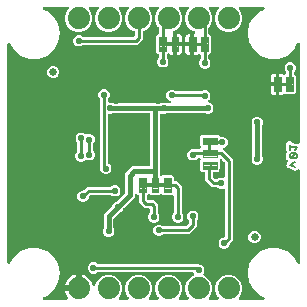
<source format=gbl>
G04 EAGLE Gerber RS-274X export*
G75*
%MOMM*%
%FSLAX34Y34*%
%LPD*%
%INBottom Copper*%
%IPPOS*%
%AMOC8*
5,1,8,0,0,1.08239X$1,22.5*%
G01*
%ADD10C,0.177800*%
%ADD11C,0.099059*%
%ADD12C,1.879600*%
%ADD13C,0.635000*%
%ADD14C,0.554000*%
%ADD15C,0.254000*%
%ADD16C,0.406400*%

G36*
X53303Y3054D02*
X53303Y3054D01*
X53343Y3051D01*
X53461Y3074D01*
X53579Y3089D01*
X53617Y3103D01*
X53656Y3111D01*
X53764Y3162D01*
X53875Y3206D01*
X53907Y3229D01*
X53943Y3246D01*
X54036Y3322D01*
X54133Y3392D01*
X54158Y3423D01*
X54189Y3448D01*
X54259Y3545D01*
X54335Y3637D01*
X54352Y3673D01*
X54376Y3706D01*
X54420Y3817D01*
X54471Y3925D01*
X54478Y3964D01*
X54493Y4001D01*
X54508Y4120D01*
X54531Y4237D01*
X54528Y4277D01*
X54533Y4317D01*
X54518Y4435D01*
X54511Y4555D01*
X54499Y4593D01*
X54494Y4632D01*
X54450Y4743D01*
X54413Y4857D01*
X54392Y4891D01*
X54377Y4928D01*
X54291Y5064D01*
X53289Y6443D01*
X52436Y8117D01*
X51855Y9904D01*
X51815Y10161D01*
X62230Y10161D01*
X62348Y10176D01*
X62467Y10183D01*
X62505Y10196D01*
X62545Y10201D01*
X62656Y10244D01*
X62769Y10281D01*
X62803Y10303D01*
X62841Y10318D01*
X62937Y10388D01*
X63038Y10451D01*
X63066Y10481D01*
X63098Y10504D01*
X63174Y10596D01*
X63256Y10683D01*
X63275Y10718D01*
X63301Y10749D01*
X63352Y10857D01*
X63409Y10961D01*
X63420Y11001D01*
X63437Y11037D01*
X63459Y11154D01*
X63489Y11269D01*
X63493Y11330D01*
X63497Y11350D01*
X63495Y11370D01*
X63499Y11430D01*
X63499Y12701D01*
X64770Y12701D01*
X64888Y12716D01*
X65007Y12723D01*
X65045Y12736D01*
X65085Y12741D01*
X65196Y12785D01*
X65309Y12821D01*
X65344Y12843D01*
X65381Y12858D01*
X65477Y12928D01*
X65578Y12991D01*
X65606Y13021D01*
X65639Y13045D01*
X65714Y13136D01*
X65796Y13223D01*
X65816Y13258D01*
X65841Y13290D01*
X65892Y13397D01*
X65950Y13502D01*
X65960Y13541D01*
X65977Y13577D01*
X65999Y13694D01*
X66029Y13809D01*
X66033Y13870D01*
X66037Y13890D01*
X66035Y13910D01*
X66039Y13970D01*
X66039Y24385D01*
X66296Y24345D01*
X68083Y23764D01*
X69757Y22911D01*
X71278Y21806D01*
X72606Y20478D01*
X73711Y18957D01*
X74564Y17283D01*
X75154Y15466D01*
X75179Y15380D01*
X75210Y15254D01*
X75224Y15227D01*
X75232Y15198D01*
X75298Y15087D01*
X75358Y14973D01*
X75379Y14950D01*
X75394Y14924D01*
X75485Y14833D01*
X75572Y14737D01*
X75597Y14721D01*
X75619Y14700D01*
X75730Y14634D01*
X75838Y14563D01*
X75867Y14553D01*
X75892Y14537D01*
X76016Y14501D01*
X76139Y14459D01*
X76169Y14457D01*
X76198Y14449D01*
X76327Y14444D01*
X76456Y14434D01*
X76486Y14439D01*
X76516Y14438D01*
X76642Y14466D01*
X76769Y14489D01*
X76797Y14501D01*
X76826Y14507D01*
X76941Y14566D01*
X77059Y14619D01*
X77083Y14638D01*
X77110Y14652D01*
X77206Y14737D01*
X77308Y14818D01*
X77326Y14842D01*
X77348Y14862D01*
X77421Y14968D01*
X77499Y15072D01*
X77518Y15110D01*
X77527Y15124D01*
X77535Y15145D01*
X77570Y15216D01*
X79209Y19175D01*
X82425Y22391D01*
X86626Y24131D01*
X91174Y24131D01*
X95375Y22391D01*
X98591Y19175D01*
X100331Y14974D01*
X100331Y10426D01*
X98591Y6225D01*
X97581Y5215D01*
X97496Y5106D01*
X97407Y4999D01*
X97398Y4980D01*
X97386Y4964D01*
X97331Y4837D01*
X97272Y4711D01*
X97268Y4691D01*
X97260Y4672D01*
X97238Y4534D01*
X97212Y4398D01*
X97213Y4378D01*
X97210Y4358D01*
X97223Y4219D01*
X97232Y4081D01*
X97238Y4062D01*
X97240Y4042D01*
X97287Y3910D01*
X97330Y3779D01*
X97340Y3761D01*
X97347Y3742D01*
X97425Y3627D01*
X97500Y3510D01*
X97514Y3496D01*
X97526Y3479D01*
X97630Y3387D01*
X97731Y3292D01*
X97749Y3282D01*
X97764Y3269D01*
X97888Y3206D01*
X98010Y3138D01*
X98029Y3133D01*
X98047Y3124D01*
X98183Y3094D01*
X98318Y3059D01*
X98346Y3057D01*
X98358Y3054D01*
X98378Y3055D01*
X98478Y3049D01*
X104722Y3049D01*
X104860Y3066D01*
X104998Y3079D01*
X105017Y3086D01*
X105037Y3089D01*
X105166Y3140D01*
X105297Y3187D01*
X105314Y3198D01*
X105333Y3206D01*
X105445Y3287D01*
X105560Y3365D01*
X105574Y3381D01*
X105590Y3392D01*
X105679Y3500D01*
X105771Y3604D01*
X105780Y3622D01*
X105793Y3637D01*
X105852Y3763D01*
X105915Y3887D01*
X105920Y3907D01*
X105928Y3925D01*
X105955Y4062D01*
X105985Y4197D01*
X105984Y4218D01*
X105988Y4237D01*
X105980Y4376D01*
X105975Y4515D01*
X105970Y4535D01*
X105968Y4555D01*
X105926Y4687D01*
X105887Y4821D01*
X105877Y4838D01*
X105870Y4857D01*
X105796Y4975D01*
X105725Y5095D01*
X105707Y5116D01*
X105700Y5126D01*
X105685Y5140D01*
X105619Y5215D01*
X104609Y6225D01*
X102869Y10426D01*
X102869Y14974D01*
X104609Y19175D01*
X107825Y22391D01*
X112026Y24131D01*
X116574Y24131D01*
X120775Y22391D01*
X123991Y19175D01*
X125731Y14974D01*
X125731Y10426D01*
X123991Y6225D01*
X122981Y5215D01*
X122896Y5106D01*
X122807Y4999D01*
X122798Y4980D01*
X122786Y4964D01*
X122731Y4837D01*
X122672Y4711D01*
X122668Y4691D01*
X122660Y4672D01*
X122638Y4534D01*
X122612Y4398D01*
X122613Y4378D01*
X122610Y4358D01*
X122623Y4219D01*
X122632Y4081D01*
X122638Y4062D01*
X122640Y4042D01*
X122687Y3910D01*
X122730Y3779D01*
X122740Y3761D01*
X122747Y3742D01*
X122825Y3627D01*
X122900Y3510D01*
X122914Y3496D01*
X122926Y3479D01*
X123030Y3387D01*
X123131Y3292D01*
X123149Y3282D01*
X123164Y3269D01*
X123288Y3206D01*
X123410Y3138D01*
X123429Y3133D01*
X123447Y3124D01*
X123583Y3094D01*
X123718Y3059D01*
X123746Y3057D01*
X123758Y3054D01*
X123778Y3055D01*
X123878Y3049D01*
X130122Y3049D01*
X130260Y3066D01*
X130398Y3079D01*
X130417Y3086D01*
X130437Y3089D01*
X130566Y3140D01*
X130697Y3187D01*
X130714Y3198D01*
X130733Y3206D01*
X130845Y3287D01*
X130960Y3365D01*
X130974Y3381D01*
X130990Y3392D01*
X131079Y3500D01*
X131171Y3604D01*
X131180Y3622D01*
X131193Y3637D01*
X131252Y3763D01*
X131315Y3887D01*
X131320Y3907D01*
X131328Y3925D01*
X131355Y4062D01*
X131385Y4197D01*
X131384Y4218D01*
X131388Y4237D01*
X131380Y4376D01*
X131375Y4515D01*
X131370Y4535D01*
X131368Y4555D01*
X131326Y4687D01*
X131287Y4821D01*
X131277Y4838D01*
X131270Y4857D01*
X131196Y4975D01*
X131125Y5095D01*
X131107Y5116D01*
X131100Y5126D01*
X131085Y5140D01*
X131019Y5215D01*
X130009Y6225D01*
X128269Y10426D01*
X128269Y14974D01*
X130009Y19175D01*
X133225Y22391D01*
X137426Y24131D01*
X141974Y24131D01*
X146175Y22391D01*
X149391Y19175D01*
X151131Y14974D01*
X151131Y10426D01*
X149391Y6225D01*
X148381Y5215D01*
X148296Y5106D01*
X148207Y4999D01*
X148198Y4980D01*
X148186Y4964D01*
X148131Y4837D01*
X148072Y4711D01*
X148068Y4691D01*
X148060Y4672D01*
X148038Y4534D01*
X148012Y4398D01*
X148013Y4378D01*
X148010Y4358D01*
X148023Y4219D01*
X148032Y4081D01*
X148038Y4062D01*
X148040Y4042D01*
X148087Y3910D01*
X148130Y3779D01*
X148140Y3761D01*
X148147Y3742D01*
X148225Y3627D01*
X148300Y3510D01*
X148314Y3496D01*
X148326Y3479D01*
X148430Y3387D01*
X148531Y3292D01*
X148549Y3282D01*
X148564Y3269D01*
X148688Y3206D01*
X148810Y3138D01*
X148829Y3133D01*
X148847Y3124D01*
X148983Y3094D01*
X149118Y3059D01*
X149146Y3057D01*
X149158Y3054D01*
X149178Y3055D01*
X149278Y3049D01*
X155522Y3049D01*
X155660Y3066D01*
X155798Y3079D01*
X155817Y3086D01*
X155837Y3089D01*
X155966Y3140D01*
X156097Y3187D01*
X156114Y3198D01*
X156133Y3206D01*
X156245Y3287D01*
X156360Y3365D01*
X156374Y3381D01*
X156390Y3392D01*
X156479Y3500D01*
X156571Y3604D01*
X156580Y3622D01*
X156593Y3637D01*
X156652Y3763D01*
X156715Y3887D01*
X156720Y3907D01*
X156728Y3925D01*
X156755Y4062D01*
X156785Y4197D01*
X156784Y4218D01*
X156788Y4237D01*
X156780Y4376D01*
X156775Y4515D01*
X156770Y4535D01*
X156768Y4555D01*
X156726Y4687D01*
X156687Y4821D01*
X156677Y4838D01*
X156670Y4857D01*
X156596Y4975D01*
X156525Y5095D01*
X156507Y5116D01*
X156500Y5126D01*
X156485Y5140D01*
X156419Y5215D01*
X155409Y6225D01*
X153669Y10426D01*
X153669Y14974D01*
X155409Y19175D01*
X158625Y22391D01*
X160570Y23196D01*
X160613Y23221D01*
X160660Y23238D01*
X160751Y23299D01*
X160846Y23354D01*
X160882Y23388D01*
X160923Y23416D01*
X160996Y23498D01*
X161075Y23575D01*
X161101Y23617D01*
X161134Y23655D01*
X161183Y23752D01*
X161241Y23846D01*
X161255Y23894D01*
X161278Y23938D01*
X161302Y24045D01*
X161334Y24150D01*
X161337Y24200D01*
X161348Y24248D01*
X161344Y24358D01*
X161350Y24468D01*
X161340Y24516D01*
X161338Y24566D01*
X161308Y24672D01*
X161285Y24779D01*
X161263Y24824D01*
X161250Y24872D01*
X161194Y24966D01*
X161146Y25065D01*
X161113Y25103D01*
X161088Y25146D01*
X161033Y25208D01*
X160752Y25886D01*
X160738Y25911D01*
X160729Y25939D01*
X160659Y26049D01*
X160595Y26162D01*
X160574Y26183D01*
X160559Y26208D01*
X160464Y26297D01*
X160374Y26390D01*
X160348Y26406D01*
X160327Y26426D01*
X160213Y26489D01*
X160103Y26557D01*
X160074Y26565D01*
X160048Y26580D01*
X159923Y26612D01*
X159799Y26650D01*
X159769Y26652D01*
X159741Y26659D01*
X159580Y26669D01*
X79961Y26669D01*
X79863Y26657D01*
X79764Y26654D01*
X79706Y26637D01*
X79646Y26629D01*
X79553Y26593D01*
X79458Y26565D01*
X79406Y26535D01*
X79350Y26512D01*
X79270Y26454D01*
X79184Y26404D01*
X79109Y26338D01*
X79093Y26326D01*
X79085Y26316D01*
X79064Y26298D01*
X78667Y25900D01*
X76901Y25169D01*
X74991Y25169D01*
X73225Y25900D01*
X71874Y27251D01*
X71143Y29017D01*
X71143Y30927D01*
X71874Y32693D01*
X73225Y34044D01*
X74991Y34775D01*
X76901Y34775D01*
X78667Y34044D01*
X79064Y33646D01*
X79142Y33586D01*
X79214Y33518D01*
X79267Y33489D01*
X79315Y33452D01*
X79406Y33412D01*
X79492Y33364D01*
X79551Y33349D01*
X79607Y33325D01*
X79705Y33310D01*
X79800Y33285D01*
X79900Y33279D01*
X79921Y33275D01*
X79933Y33277D01*
X79961Y33275D01*
X164436Y33275D01*
X164596Y33114D01*
X164675Y33054D01*
X164747Y32986D01*
X164800Y32957D01*
X164848Y32920D01*
X164939Y32880D01*
X165025Y32832D01*
X165084Y32817D01*
X165139Y32793D01*
X165237Y32778D01*
X165333Y32753D01*
X165433Y32747D01*
X165454Y32743D01*
X165466Y32745D01*
X165494Y32743D01*
X166055Y32743D01*
X167821Y32012D01*
X169172Y30661D01*
X169903Y28895D01*
X169903Y26985D01*
X169167Y25208D01*
X169151Y25194D01*
X169091Y25102D01*
X169023Y25015D01*
X169004Y24969D01*
X168976Y24928D01*
X168941Y24824D01*
X168897Y24723D01*
X168889Y24674D01*
X168873Y24627D01*
X168864Y24517D01*
X168847Y24409D01*
X168852Y24360D01*
X168848Y24310D01*
X168867Y24202D01*
X168877Y24093D01*
X168894Y24046D01*
X168902Y23997D01*
X168947Y23897D01*
X168985Y23793D01*
X169012Y23752D01*
X169033Y23707D01*
X169101Y23621D01*
X169163Y23530D01*
X169200Y23497D01*
X169231Y23458D01*
X169319Y23392D01*
X169401Y23320D01*
X169446Y23297D01*
X169486Y23267D01*
X169630Y23196D01*
X171575Y22391D01*
X174791Y19175D01*
X176531Y14974D01*
X176531Y10426D01*
X174791Y6225D01*
X173781Y5215D01*
X173696Y5106D01*
X173607Y4999D01*
X173598Y4980D01*
X173586Y4964D01*
X173531Y4837D01*
X173472Y4711D01*
X173468Y4691D01*
X173460Y4672D01*
X173438Y4534D01*
X173412Y4398D01*
X173413Y4378D01*
X173410Y4358D01*
X173423Y4219D01*
X173432Y4081D01*
X173438Y4062D01*
X173440Y4042D01*
X173487Y3910D01*
X173530Y3779D01*
X173540Y3761D01*
X173547Y3742D01*
X173625Y3627D01*
X173700Y3510D01*
X173714Y3496D01*
X173726Y3479D01*
X173830Y3387D01*
X173931Y3292D01*
X173949Y3282D01*
X173964Y3269D01*
X174088Y3206D01*
X174210Y3138D01*
X174229Y3133D01*
X174247Y3124D01*
X174383Y3094D01*
X174518Y3059D01*
X174546Y3057D01*
X174558Y3054D01*
X174578Y3055D01*
X174678Y3049D01*
X180922Y3049D01*
X181060Y3066D01*
X181198Y3079D01*
X181217Y3086D01*
X181237Y3089D01*
X181366Y3140D01*
X181497Y3187D01*
X181514Y3198D01*
X181533Y3206D01*
X181645Y3287D01*
X181760Y3365D01*
X181774Y3381D01*
X181790Y3392D01*
X181879Y3500D01*
X181971Y3604D01*
X181980Y3622D01*
X181993Y3637D01*
X182052Y3763D01*
X182115Y3887D01*
X182120Y3907D01*
X182128Y3925D01*
X182155Y4062D01*
X182185Y4197D01*
X182184Y4218D01*
X182188Y4237D01*
X182180Y4376D01*
X182175Y4515D01*
X182170Y4535D01*
X182168Y4555D01*
X182126Y4687D01*
X182087Y4821D01*
X182077Y4838D01*
X182070Y4857D01*
X181996Y4975D01*
X181925Y5095D01*
X181907Y5116D01*
X181900Y5126D01*
X181885Y5140D01*
X181819Y5215D01*
X180809Y6225D01*
X179069Y10426D01*
X179069Y14974D01*
X180809Y19175D01*
X184025Y22391D01*
X188226Y24131D01*
X192774Y24131D01*
X196975Y22391D01*
X200191Y19175D01*
X201931Y14974D01*
X201931Y10426D01*
X200191Y6225D01*
X199181Y5215D01*
X199096Y5106D01*
X199007Y4999D01*
X198998Y4980D01*
X198986Y4964D01*
X198931Y4837D01*
X198872Y4711D01*
X198868Y4691D01*
X198860Y4672D01*
X198838Y4534D01*
X198812Y4398D01*
X198813Y4378D01*
X198810Y4358D01*
X198823Y4219D01*
X198832Y4081D01*
X198838Y4062D01*
X198840Y4042D01*
X198887Y3910D01*
X198930Y3779D01*
X198940Y3761D01*
X198947Y3742D01*
X199025Y3627D01*
X199100Y3510D01*
X199114Y3496D01*
X199126Y3479D01*
X199230Y3387D01*
X199331Y3292D01*
X199349Y3282D01*
X199364Y3269D01*
X199488Y3206D01*
X199610Y3138D01*
X199629Y3133D01*
X199647Y3124D01*
X199783Y3094D01*
X199918Y3059D01*
X199946Y3057D01*
X199958Y3054D01*
X199978Y3055D01*
X200078Y3049D01*
X219684Y3049D01*
X219781Y3061D01*
X219878Y3064D01*
X219938Y3081D01*
X220000Y3089D01*
X220090Y3124D01*
X220184Y3151D01*
X220238Y3183D01*
X220296Y3206D01*
X220374Y3263D01*
X220458Y3312D01*
X220502Y3356D01*
X220553Y3392D01*
X220615Y3468D01*
X220684Y3536D01*
X220716Y3589D01*
X220756Y3637D01*
X220797Y3725D01*
X220847Y3809D01*
X220865Y3869D01*
X220891Y3925D01*
X220909Y4021D01*
X220937Y4114D01*
X220939Y4176D01*
X220951Y4237D01*
X220945Y4335D01*
X220948Y4432D01*
X220935Y4493D01*
X220931Y4555D01*
X220901Y4648D01*
X220880Y4743D01*
X220852Y4798D01*
X220833Y4857D01*
X220781Y4940D01*
X220737Y5027D01*
X220696Y5073D01*
X220663Y5126D01*
X220592Y5193D01*
X220528Y5266D01*
X220477Y5301D01*
X220431Y5344D01*
X220346Y5391D01*
X220266Y5446D01*
X220170Y5488D01*
X220153Y5498D01*
X220142Y5500D01*
X220118Y5511D01*
X217638Y6413D01*
X211805Y11308D01*
X207998Y17902D01*
X206676Y25400D01*
X207998Y32898D01*
X211805Y39492D01*
X217638Y44387D01*
X224793Y46991D01*
X232407Y46991D01*
X239562Y44387D01*
X245395Y39492D01*
X248583Y33970D01*
X248671Y33854D01*
X248756Y33736D01*
X248767Y33728D01*
X248775Y33717D01*
X248889Y33627D01*
X249001Y33533D01*
X249014Y33528D01*
X249024Y33519D01*
X249158Y33460D01*
X249289Y33398D01*
X249302Y33395D01*
X249315Y33390D01*
X249459Y33365D01*
X249602Y33338D01*
X249615Y33339D01*
X249628Y33337D01*
X249774Y33349D01*
X249919Y33358D01*
X249932Y33362D01*
X249945Y33363D01*
X250083Y33411D01*
X250221Y33456D01*
X250233Y33463D01*
X250246Y33468D01*
X250367Y33548D01*
X250490Y33626D01*
X250499Y33636D01*
X250511Y33643D01*
X250608Y33751D01*
X250708Y33858D01*
X250715Y33870D01*
X250724Y33880D01*
X250791Y34008D01*
X250862Y34136D01*
X250865Y34149D01*
X250871Y34161D01*
X250905Y34303D01*
X250941Y34444D01*
X250942Y34462D01*
X250944Y34471D01*
X250944Y34488D01*
X250951Y34605D01*
X250951Y112044D01*
X250948Y112069D01*
X250950Y112093D01*
X250928Y112226D01*
X250911Y112360D01*
X250902Y112383D01*
X250898Y112407D01*
X250844Y112530D01*
X250794Y112655D01*
X250780Y112675D01*
X250770Y112698D01*
X250687Y112804D01*
X250608Y112913D01*
X250588Y112929D01*
X250573Y112948D01*
X250466Y113030D01*
X250363Y113115D01*
X250340Y113126D01*
X250320Y113141D01*
X250196Y113194D01*
X250075Y113251D01*
X250051Y113256D01*
X250028Y113265D01*
X249894Y113286D01*
X249763Y113311D01*
X249738Y113309D01*
X249713Y113313D01*
X249579Y113299D01*
X249445Y113291D01*
X249422Y113283D01*
X249397Y113281D01*
X249270Y113234D01*
X249143Y113193D01*
X249122Y113180D01*
X249098Y113171D01*
X248988Y113095D01*
X248874Y113023D01*
X248857Y113005D01*
X248836Y112991D01*
X248748Y112889D01*
X248656Y112791D01*
X248644Y112770D01*
X248628Y112751D01*
X248603Y112708D01*
X246297Y111939D01*
X241244Y114466D01*
X241235Y114469D01*
X241227Y114474D01*
X241078Y114535D01*
X240176Y114835D01*
X240119Y114920D01*
X240112Y114926D01*
X240107Y114934D01*
X239994Y115032D01*
X239904Y115113D01*
X239607Y116006D01*
X239603Y116014D01*
X239601Y116024D01*
X239538Y116172D01*
X239113Y117022D01*
X239133Y117123D01*
X239132Y117132D01*
X239134Y117141D01*
X239123Y117291D01*
X239117Y117411D01*
X239538Y118252D01*
X239541Y118262D01*
X239546Y118270D01*
X239607Y118419D01*
X239907Y119320D01*
X239992Y119377D01*
X239999Y119384D01*
X240006Y119389D01*
X240104Y119502D01*
X240205Y119614D01*
X240209Y119622D01*
X240215Y119629D01*
X240296Y119768D01*
X240361Y119898D01*
X240394Y119936D01*
X240423Y119993D01*
X240461Y120046D01*
X240495Y120134D01*
X240538Y120219D01*
X240552Y120282D01*
X240576Y120342D01*
X240587Y120437D01*
X240608Y120529D01*
X240606Y120594D01*
X240614Y120658D01*
X240601Y120752D01*
X240598Y120847D01*
X240580Y120909D01*
X240572Y120973D01*
X240536Y121061D01*
X240510Y121153D01*
X240477Y121208D01*
X240453Y121268D01*
X240397Y121345D01*
X240348Y121427D01*
X240276Y121509D01*
X240265Y121524D01*
X240257Y121531D01*
X240242Y121547D01*
X239363Y122427D01*
X239363Y125773D01*
X239362Y126966D01*
X239408Y127011D01*
X239481Y127105D01*
X239560Y127195D01*
X239578Y127231D01*
X239603Y127263D01*
X239650Y127372D01*
X239704Y127478D01*
X239713Y127517D01*
X239729Y127554D01*
X239748Y127672D01*
X239774Y127788D01*
X239773Y127829D01*
X239779Y127869D01*
X239768Y127987D01*
X239764Y128106D01*
X239753Y128145D01*
X239749Y128185D01*
X239709Y128297D01*
X239676Y128412D01*
X239655Y128446D01*
X239642Y128484D01*
X239575Y128583D01*
X239514Y128686D01*
X239475Y128731D01*
X239463Y128748D01*
X239448Y128761D01*
X239408Y128806D01*
X239363Y128852D01*
X239363Y135509D01*
X241074Y137221D01*
X243494Y137221D01*
X245241Y135474D01*
X245319Y135413D01*
X245392Y135345D01*
X245445Y135316D01*
X245492Y135279D01*
X245583Y135240D01*
X245670Y135192D01*
X245729Y135177D01*
X245784Y135153D01*
X245882Y135137D01*
X245978Y135112D01*
X246078Y135106D01*
X246098Y135103D01*
X246111Y135104D01*
X246139Y135102D01*
X249682Y135102D01*
X249800Y135117D01*
X249919Y135125D01*
X249957Y135137D01*
X249998Y135142D01*
X250108Y135186D01*
X250221Y135223D01*
X250256Y135244D01*
X250293Y135259D01*
X250389Y135329D01*
X250490Y135393D01*
X250518Y135422D01*
X250551Y135446D01*
X250627Y135538D01*
X250708Y135624D01*
X250728Y135660D01*
X250753Y135691D01*
X250804Y135799D01*
X250862Y135903D01*
X250872Y135942D01*
X250889Y135979D01*
X250911Y136095D01*
X250941Y136211D01*
X250945Y136271D01*
X250949Y136291D01*
X250947Y136311D01*
X250951Y136372D01*
X250951Y219395D01*
X250933Y219540D01*
X250918Y219685D01*
X250913Y219697D01*
X250911Y219711D01*
X250858Y219846D01*
X250807Y219983D01*
X250799Y219994D01*
X250794Y220006D01*
X250709Y220124D01*
X250626Y220244D01*
X250615Y220253D01*
X250608Y220264D01*
X250496Y220357D01*
X250385Y220452D01*
X250373Y220458D01*
X250363Y220467D01*
X250231Y220528D01*
X250100Y220594D01*
X250087Y220596D01*
X250075Y220602D01*
X249933Y220629D01*
X249789Y220660D01*
X249776Y220659D01*
X249763Y220662D01*
X249618Y220653D01*
X249472Y220647D01*
X249459Y220643D01*
X249445Y220642D01*
X249307Y220597D01*
X249167Y220555D01*
X249155Y220548D01*
X249143Y220544D01*
X249020Y220466D01*
X248895Y220391D01*
X248885Y220381D01*
X248874Y220374D01*
X248774Y220268D01*
X248672Y220164D01*
X248662Y220149D01*
X248656Y220142D01*
X248648Y220127D01*
X248583Y220030D01*
X245395Y214508D01*
X239562Y209613D01*
X232407Y207009D01*
X224793Y207009D01*
X217638Y209613D01*
X211805Y214508D01*
X207998Y221102D01*
X206676Y228600D01*
X207998Y236098D01*
X211805Y242692D01*
X217638Y247587D01*
X220118Y248489D01*
X220205Y248534D01*
X220296Y248570D01*
X220346Y248606D01*
X220401Y248635D01*
X220474Y248699D01*
X220553Y248756D01*
X220593Y248804D01*
X220639Y248846D01*
X220694Y248926D01*
X220756Y249001D01*
X220782Y249058D01*
X220817Y249109D01*
X220850Y249201D01*
X220891Y249289D01*
X220903Y249350D01*
X220924Y249409D01*
X220933Y249506D01*
X220951Y249602D01*
X220947Y249664D01*
X220953Y249726D01*
X220937Y249822D01*
X220931Y249919D01*
X220912Y249978D01*
X220902Y250040D01*
X220863Y250129D01*
X220833Y250221D01*
X220800Y250274D01*
X220775Y250331D01*
X220715Y250408D01*
X220663Y250490D01*
X220618Y250533D01*
X220579Y250582D01*
X220502Y250641D01*
X220431Y250708D01*
X220377Y250738D01*
X220328Y250776D01*
X220238Y250815D01*
X220153Y250862D01*
X220093Y250877D01*
X220035Y250902D01*
X219939Y250917D01*
X219845Y250941D01*
X219741Y250948D01*
X219721Y250951D01*
X219710Y250950D01*
X219684Y250951D01*
X200078Y250951D01*
X199940Y250934D01*
X199802Y250921D01*
X199783Y250914D01*
X199763Y250911D01*
X199634Y250860D01*
X199503Y250813D01*
X199486Y250802D01*
X199467Y250794D01*
X199355Y250713D01*
X199240Y250635D01*
X199226Y250619D01*
X199210Y250608D01*
X199121Y250500D01*
X199029Y250396D01*
X199020Y250378D01*
X199007Y250363D01*
X198948Y250237D01*
X198885Y250113D01*
X198880Y250093D01*
X198872Y250075D01*
X198845Y249938D01*
X198815Y249803D01*
X198816Y249782D01*
X198812Y249763D01*
X198820Y249624D01*
X198825Y249485D01*
X198830Y249465D01*
X198832Y249445D01*
X198874Y249313D01*
X198913Y249179D01*
X198923Y249162D01*
X198930Y249143D01*
X199004Y249025D01*
X199075Y248905D01*
X199093Y248884D01*
X199100Y248874D01*
X199115Y248860D01*
X199181Y248785D01*
X200191Y247775D01*
X201931Y243574D01*
X201931Y239026D01*
X200191Y234825D01*
X196975Y231609D01*
X192774Y229869D01*
X188226Y229869D01*
X184025Y231609D01*
X180809Y234825D01*
X179069Y239026D01*
X179069Y243574D01*
X180809Y247775D01*
X181819Y248785D01*
X181904Y248894D01*
X181993Y249001D01*
X182002Y249020D01*
X182014Y249036D01*
X182069Y249163D01*
X182128Y249289D01*
X182132Y249309D01*
X182140Y249328D01*
X182162Y249466D01*
X182188Y249602D01*
X182187Y249622D01*
X182190Y249642D01*
X182177Y249781D01*
X182168Y249919D01*
X182162Y249938D01*
X182160Y249958D01*
X182113Y250090D01*
X182070Y250221D01*
X182060Y250239D01*
X182053Y250258D01*
X181975Y250373D01*
X181900Y250490D01*
X181886Y250504D01*
X181874Y250521D01*
X181770Y250613D01*
X181669Y250708D01*
X181651Y250718D01*
X181636Y250731D01*
X181512Y250794D01*
X181390Y250862D01*
X181371Y250867D01*
X181353Y250876D01*
X181217Y250906D01*
X181082Y250941D01*
X181054Y250943D01*
X181042Y250946D01*
X181022Y250945D01*
X180922Y250951D01*
X174678Y250951D01*
X174540Y250934D01*
X174402Y250921D01*
X174383Y250914D01*
X174363Y250911D01*
X174234Y250860D01*
X174103Y250813D01*
X174086Y250802D01*
X174067Y250794D01*
X173955Y250713D01*
X173840Y250635D01*
X173826Y250619D01*
X173810Y250608D01*
X173721Y250500D01*
X173629Y250396D01*
X173620Y250378D01*
X173607Y250363D01*
X173548Y250237D01*
X173485Y250113D01*
X173480Y250093D01*
X173472Y250075D01*
X173445Y249938D01*
X173415Y249803D01*
X173416Y249782D01*
X173412Y249763D01*
X173420Y249624D01*
X173425Y249485D01*
X173430Y249465D01*
X173432Y249445D01*
X173474Y249313D01*
X173513Y249179D01*
X173523Y249162D01*
X173530Y249143D01*
X173604Y249025D01*
X173675Y248905D01*
X173693Y248884D01*
X173700Y248874D01*
X173715Y248860D01*
X173781Y248785D01*
X174791Y247775D01*
X176531Y243574D01*
X176531Y239026D01*
X174791Y234825D01*
X173727Y233762D01*
X173667Y233684D01*
X173599Y233612D01*
X173570Y233559D01*
X173533Y233511D01*
X173493Y233420D01*
X173445Y233333D01*
X173430Y233275D01*
X173406Y233219D01*
X173391Y233121D01*
X173366Y233025D01*
X173360Y232925D01*
X173356Y232905D01*
X173358Y232892D01*
X173356Y232864D01*
X173356Y228662D01*
X173368Y228563D01*
X173371Y228464D01*
X173388Y228406D01*
X173396Y228346D01*
X173432Y228254D01*
X173460Y228159D01*
X173490Y228107D01*
X173513Y228050D01*
X173571Y227970D01*
X173621Y227885D01*
X173687Y227810D01*
X173699Y227793D01*
X173709Y227785D01*
X173727Y227764D01*
X175388Y226104D01*
X175388Y212300D01*
X173727Y210640D01*
X173667Y210562D01*
X173599Y210490D01*
X173570Y210437D01*
X173533Y210389D01*
X173493Y210298D01*
X173445Y210211D01*
X173430Y210152D01*
X173406Y210097D01*
X173391Y209999D01*
X173366Y209903D01*
X173360Y209803D01*
X173356Y209783D01*
X173358Y209770D01*
X173356Y209742D01*
X173356Y207342D01*
X173368Y207244D01*
X173371Y207145D01*
X173388Y207087D01*
X173396Y207027D01*
X173432Y206935D01*
X173460Y206839D01*
X173490Y206787D01*
X173513Y206731D01*
X173571Y206651D01*
X173621Y206565D01*
X173687Y206490D01*
X173699Y206474D01*
X173709Y206466D01*
X173728Y206445D01*
X174252Y205921D01*
X174983Y204155D01*
X174983Y202245D01*
X174252Y200479D01*
X172901Y199128D01*
X171135Y198397D01*
X169225Y198397D01*
X167459Y199128D01*
X166108Y200479D01*
X165377Y202245D01*
X165377Y204155D01*
X166108Y205920D01*
X166378Y206191D01*
X166439Y206269D01*
X166507Y206341D01*
X166536Y206394D01*
X166573Y206442D01*
X166613Y206533D01*
X166661Y206619D01*
X166676Y206678D01*
X166700Y206734D01*
X166715Y206831D01*
X166740Y206927D01*
X166746Y207027D01*
X166750Y207048D01*
X166748Y207060D01*
X166750Y207088D01*
X166750Y209742D01*
X166738Y209841D01*
X166735Y209940D01*
X166718Y209998D01*
X166710Y210058D01*
X166674Y210150D01*
X166646Y210245D01*
X166616Y210297D01*
X166593Y210354D01*
X166535Y210434D01*
X166485Y210519D01*
X166419Y210594D01*
X166407Y210611D01*
X166397Y210619D01*
X166379Y210640D01*
X166103Y210916D01*
X166009Y210989D01*
X165919Y211068D01*
X165883Y211086D01*
X165852Y211111D01*
X165742Y211158D01*
X165636Y211212D01*
X165597Y211221D01*
X165560Y211237D01*
X165442Y211256D01*
X165326Y211282D01*
X165285Y211280D01*
X165246Y211287D01*
X165127Y211276D01*
X165008Y211272D01*
X164969Y211261D01*
X164929Y211257D01*
X164817Y211217D01*
X164702Y211184D01*
X164668Y211163D01*
X164630Y211149D01*
X164531Y211082D01*
X164428Y211022D01*
X164383Y210982D01*
X164367Y210971D01*
X164353Y210956D01*
X164311Y210918D01*
X163618Y210518D01*
X162845Y210311D01*
X161289Y210311D01*
X161289Y217869D01*
X171831Y217869D01*
X171850Y217881D01*
X171872Y217885D01*
X171879Y217900D01*
X171888Y217906D01*
X171887Y217916D01*
X171894Y217932D01*
X171894Y220472D01*
X171882Y220491D01*
X171878Y220513D01*
X171863Y220520D01*
X171857Y220529D01*
X171847Y220528D01*
X171831Y220535D01*
X161289Y220535D01*
X161289Y228227D01*
X161346Y228250D01*
X161402Y228291D01*
X161464Y228323D01*
X161530Y228384D01*
X161603Y228436D01*
X161647Y228490D01*
X161699Y228537D01*
X161748Y228612D01*
X161806Y228681D01*
X161835Y228745D01*
X161874Y228803D01*
X161903Y228888D01*
X161941Y228969D01*
X161954Y229038D01*
X161977Y229104D01*
X161984Y229193D01*
X162001Y229281D01*
X161997Y229351D01*
X162002Y229421D01*
X161987Y229509D01*
X161981Y229599D01*
X161960Y229665D01*
X161948Y229734D01*
X161911Y229816D01*
X161883Y229901D01*
X161846Y229960D01*
X161817Y230024D01*
X161761Y230094D01*
X161713Y230170D01*
X161662Y230218D01*
X161619Y230272D01*
X161547Y230327D01*
X161481Y230388D01*
X161420Y230422D01*
X161365Y230464D01*
X161220Y230535D01*
X158625Y231609D01*
X155409Y234825D01*
X153669Y239026D01*
X153669Y243574D01*
X155409Y247775D01*
X156419Y248785D01*
X156504Y248894D01*
X156593Y249001D01*
X156602Y249020D01*
X156614Y249036D01*
X156669Y249163D01*
X156728Y249289D01*
X156732Y249309D01*
X156740Y249328D01*
X156762Y249466D01*
X156788Y249602D01*
X156787Y249622D01*
X156790Y249642D01*
X156777Y249781D01*
X156768Y249919D01*
X156762Y249938D01*
X156760Y249958D01*
X156713Y250090D01*
X156670Y250221D01*
X156660Y250239D01*
X156653Y250258D01*
X156575Y250373D01*
X156500Y250490D01*
X156486Y250504D01*
X156474Y250521D01*
X156370Y250613D01*
X156269Y250708D01*
X156251Y250718D01*
X156236Y250731D01*
X156112Y250794D01*
X155990Y250862D01*
X155971Y250867D01*
X155953Y250876D01*
X155817Y250906D01*
X155682Y250941D01*
X155654Y250943D01*
X155642Y250946D01*
X155622Y250945D01*
X155522Y250951D01*
X149278Y250951D01*
X149140Y250934D01*
X149002Y250921D01*
X148983Y250914D01*
X148963Y250911D01*
X148834Y250860D01*
X148703Y250813D01*
X148686Y250802D01*
X148667Y250794D01*
X148555Y250713D01*
X148440Y250635D01*
X148426Y250619D01*
X148410Y250608D01*
X148321Y250500D01*
X148229Y250396D01*
X148220Y250378D01*
X148207Y250363D01*
X148148Y250237D01*
X148085Y250113D01*
X148080Y250093D01*
X148072Y250075D01*
X148045Y249938D01*
X148015Y249803D01*
X148016Y249782D01*
X148012Y249763D01*
X148020Y249624D01*
X148025Y249485D01*
X148030Y249465D01*
X148032Y249445D01*
X148074Y249313D01*
X148113Y249179D01*
X148123Y249162D01*
X148130Y249143D01*
X148204Y249025D01*
X148275Y248905D01*
X148293Y248884D01*
X148300Y248874D01*
X148315Y248860D01*
X148381Y248785D01*
X149391Y247775D01*
X151131Y243574D01*
X151131Y239026D01*
X149391Y234825D01*
X146175Y231609D01*
X144040Y230725D01*
X144015Y230711D01*
X143987Y230702D01*
X143877Y230632D01*
X143764Y230568D01*
X143743Y230547D01*
X143718Y230531D01*
X143629Y230437D01*
X143536Y230346D01*
X143520Y230321D01*
X143500Y230300D01*
X143437Y230186D01*
X143369Y230075D01*
X143361Y230047D01*
X143346Y230021D01*
X143314Y229895D01*
X143276Y229771D01*
X143274Y229742D01*
X143267Y229713D01*
X143257Y229553D01*
X143257Y220789D01*
X132715Y220789D01*
X132696Y220777D01*
X132674Y220773D01*
X132667Y220758D01*
X132658Y220752D01*
X132659Y220742D01*
X132652Y220726D01*
X132652Y218186D01*
X132664Y218167D01*
X132668Y218145D01*
X132683Y218138D01*
X132689Y218129D01*
X132699Y218130D01*
X132715Y218123D01*
X143257Y218123D01*
X143257Y210565D01*
X141701Y210565D01*
X140928Y210772D01*
X140234Y211173D01*
X140144Y211243D01*
X140055Y211321D01*
X140019Y211340D01*
X139987Y211365D01*
X139878Y211412D01*
X139772Y211466D01*
X139732Y211475D01*
X139695Y211491D01*
X139578Y211510D01*
X139461Y211536D01*
X139421Y211534D01*
X139381Y211541D01*
X139263Y211530D01*
X139144Y211526D01*
X139105Y211515D01*
X139065Y211511D01*
X138952Y211471D01*
X138838Y211438D01*
X138803Y211417D01*
X138765Y211403D01*
X138667Y211337D01*
X138564Y211276D01*
X138519Y211236D01*
X138502Y211225D01*
X138489Y211210D01*
X138443Y211170D01*
X138294Y211021D01*
X138234Y210943D01*
X138166Y210871D01*
X138137Y210818D01*
X138100Y210770D01*
X138060Y210679D01*
X138012Y210592D01*
X137997Y210533D01*
X137973Y210478D01*
X137958Y210380D01*
X137933Y210284D01*
X137927Y210184D01*
X137923Y210164D01*
X137925Y210151D01*
X137923Y210123D01*
X137923Y208485D01*
X137935Y208387D01*
X137938Y208288D01*
X137955Y208230D01*
X137963Y208170D01*
X137999Y208077D01*
X138027Y207982D01*
X138057Y207930D01*
X138080Y207874D01*
X138138Y207794D01*
X138188Y207708D01*
X138254Y207633D01*
X138266Y207617D01*
X138276Y207609D01*
X138294Y207588D01*
X138692Y207191D01*
X139423Y205425D01*
X139423Y203515D01*
X138692Y201749D01*
X137341Y200398D01*
X135575Y199667D01*
X133665Y199667D01*
X131899Y200398D01*
X130548Y201749D01*
X129817Y203515D01*
X129817Y205425D01*
X130548Y207191D01*
X130946Y207588D01*
X131006Y207666D01*
X131074Y207738D01*
X131103Y207791D01*
X131140Y207839D01*
X131180Y207930D01*
X131228Y208016D01*
X131243Y208075D01*
X131267Y208131D01*
X131282Y208229D01*
X131307Y208324D01*
X131313Y208424D01*
X131317Y208445D01*
X131315Y208457D01*
X131317Y208485D01*
X131317Y209869D01*
X131305Y209968D01*
X131302Y210067D01*
X131285Y210125D01*
X131277Y210185D01*
X131241Y210277D01*
X131213Y210372D01*
X131183Y210424D01*
X131160Y210481D01*
X131102Y210561D01*
X131052Y210646D01*
X130986Y210721D01*
X130974Y210738D01*
X130964Y210746D01*
X130946Y210767D01*
X129158Y212554D01*
X129158Y226358D01*
X130819Y228018D01*
X130879Y228096D01*
X130947Y228168D01*
X130976Y228221D01*
X131013Y228269D01*
X131053Y228360D01*
X131101Y228447D01*
X131116Y228506D01*
X131140Y228561D01*
X131155Y228659D01*
X131180Y228755D01*
X131186Y228855D01*
X131190Y228875D01*
X131188Y228888D01*
X131190Y228916D01*
X131190Y233118D01*
X131178Y233217D01*
X131175Y233316D01*
X131158Y233374D01*
X131150Y233434D01*
X131114Y233526D01*
X131086Y233621D01*
X131056Y233673D01*
X131033Y233730D01*
X130975Y233810D01*
X130925Y233895D01*
X130859Y233971D01*
X130847Y233987D01*
X130837Y233995D01*
X130819Y234016D01*
X130009Y234825D01*
X128269Y239026D01*
X128269Y243574D01*
X130009Y247775D01*
X131019Y248785D01*
X131104Y248894D01*
X131193Y249001D01*
X131202Y249020D01*
X131214Y249036D01*
X131269Y249163D01*
X131328Y249289D01*
X131332Y249309D01*
X131340Y249328D01*
X131362Y249466D01*
X131388Y249602D01*
X131387Y249622D01*
X131390Y249642D01*
X131377Y249781D01*
X131368Y249919D01*
X131362Y249938D01*
X131360Y249958D01*
X131313Y250090D01*
X131270Y250221D01*
X131260Y250239D01*
X131253Y250258D01*
X131175Y250373D01*
X131100Y250490D01*
X131086Y250504D01*
X131074Y250521D01*
X130970Y250613D01*
X130869Y250708D01*
X130851Y250718D01*
X130836Y250731D01*
X130712Y250794D01*
X130590Y250862D01*
X130571Y250867D01*
X130553Y250876D01*
X130417Y250906D01*
X130282Y250941D01*
X130254Y250943D01*
X130242Y250946D01*
X130222Y250945D01*
X130122Y250951D01*
X123878Y250951D01*
X123740Y250934D01*
X123602Y250921D01*
X123583Y250914D01*
X123563Y250911D01*
X123434Y250860D01*
X123303Y250813D01*
X123286Y250802D01*
X123267Y250794D01*
X123155Y250713D01*
X123040Y250635D01*
X123026Y250619D01*
X123010Y250608D01*
X122921Y250500D01*
X122829Y250396D01*
X122820Y250378D01*
X122807Y250363D01*
X122748Y250237D01*
X122685Y250113D01*
X122680Y250093D01*
X122672Y250075D01*
X122645Y249938D01*
X122615Y249803D01*
X122616Y249782D01*
X122612Y249763D01*
X122620Y249624D01*
X122625Y249485D01*
X122630Y249465D01*
X122632Y249445D01*
X122674Y249313D01*
X122713Y249179D01*
X122723Y249162D01*
X122730Y249143D01*
X122804Y249025D01*
X122875Y248905D01*
X122893Y248884D01*
X122900Y248874D01*
X122915Y248860D01*
X122981Y248785D01*
X123991Y247775D01*
X125731Y243574D01*
X125731Y239026D01*
X123991Y234825D01*
X120775Y231609D01*
X118386Y230620D01*
X118361Y230605D01*
X118333Y230596D01*
X118223Y230527D01*
X118110Y230463D01*
X118089Y230442D01*
X118064Y230426D01*
X117975Y230332D01*
X117882Y230241D01*
X117866Y230216D01*
X117846Y230195D01*
X117783Y230081D01*
X117715Y229970D01*
X117707Y229942D01*
X117692Y229916D01*
X117660Y229790D01*
X117622Y229666D01*
X117620Y229637D01*
X117613Y229608D01*
X117603Y229447D01*
X117603Y223422D01*
X113128Y218947D01*
X67515Y218947D01*
X67417Y218935D01*
X67318Y218932D01*
X67260Y218915D01*
X67200Y218907D01*
X67107Y218871D01*
X67012Y218843D01*
X66960Y218813D01*
X66904Y218790D01*
X66824Y218732D01*
X66738Y218682D01*
X66663Y218616D01*
X66647Y218604D01*
X66639Y218594D01*
X66618Y218576D01*
X66221Y218178D01*
X64455Y217447D01*
X62545Y217447D01*
X60779Y218178D01*
X59428Y219529D01*
X58697Y221295D01*
X58697Y223205D01*
X59428Y224971D01*
X60779Y226322D01*
X62545Y227053D01*
X64455Y227053D01*
X66221Y226322D01*
X66618Y225924D01*
X66696Y225864D01*
X66768Y225796D01*
X66821Y225767D01*
X66869Y225730D01*
X66960Y225690D01*
X67046Y225642D01*
X67105Y225627D01*
X67161Y225603D01*
X67259Y225588D01*
X67354Y225563D01*
X67454Y225557D01*
X67475Y225553D01*
X67487Y225555D01*
X67515Y225553D01*
X109728Y225553D01*
X109846Y225568D01*
X109965Y225575D01*
X110003Y225588D01*
X110044Y225593D01*
X110154Y225636D01*
X110267Y225673D01*
X110302Y225695D01*
X110339Y225710D01*
X110435Y225779D01*
X110536Y225843D01*
X110564Y225873D01*
X110597Y225896D01*
X110673Y225988D01*
X110754Y226075D01*
X110774Y226110D01*
X110799Y226141D01*
X110850Y226249D01*
X110908Y226353D01*
X110918Y226393D01*
X110935Y226429D01*
X110957Y226546D01*
X110987Y226661D01*
X110991Y226721D01*
X110995Y226741D01*
X110993Y226762D01*
X110997Y226822D01*
X110997Y229447D01*
X110994Y229477D01*
X110996Y229506D01*
X110974Y229634D01*
X110957Y229763D01*
X110947Y229790D01*
X110942Y229819D01*
X110888Y229938D01*
X110840Y230059D01*
X110823Y230083D01*
X110811Y230109D01*
X110730Y230211D01*
X110654Y230316D01*
X110631Y230335D01*
X110612Y230358D01*
X110509Y230436D01*
X110409Y230519D01*
X110382Y230531D01*
X110358Y230549D01*
X110214Y230620D01*
X107825Y231609D01*
X104609Y234825D01*
X102869Y239026D01*
X102869Y243574D01*
X104609Y247775D01*
X105619Y248785D01*
X105704Y248894D01*
X105793Y249001D01*
X105802Y249020D01*
X105814Y249036D01*
X105869Y249163D01*
X105928Y249289D01*
X105932Y249309D01*
X105940Y249328D01*
X105962Y249466D01*
X105988Y249602D01*
X105987Y249622D01*
X105990Y249642D01*
X105977Y249781D01*
X105968Y249919D01*
X105962Y249938D01*
X105960Y249958D01*
X105913Y250090D01*
X105870Y250221D01*
X105860Y250239D01*
X105853Y250258D01*
X105775Y250373D01*
X105700Y250490D01*
X105686Y250504D01*
X105674Y250521D01*
X105570Y250613D01*
X105469Y250708D01*
X105451Y250718D01*
X105436Y250731D01*
X105312Y250794D01*
X105190Y250862D01*
X105171Y250867D01*
X105153Y250876D01*
X105017Y250906D01*
X104882Y250941D01*
X104854Y250943D01*
X104842Y250946D01*
X104822Y250945D01*
X104722Y250951D01*
X98478Y250951D01*
X98340Y250934D01*
X98202Y250921D01*
X98183Y250914D01*
X98163Y250911D01*
X98034Y250860D01*
X97903Y250813D01*
X97886Y250802D01*
X97867Y250794D01*
X97755Y250713D01*
X97640Y250635D01*
X97626Y250619D01*
X97610Y250608D01*
X97521Y250500D01*
X97429Y250396D01*
X97420Y250378D01*
X97407Y250363D01*
X97348Y250237D01*
X97285Y250113D01*
X97280Y250093D01*
X97272Y250075D01*
X97245Y249938D01*
X97215Y249803D01*
X97216Y249782D01*
X97212Y249763D01*
X97220Y249624D01*
X97225Y249485D01*
X97230Y249465D01*
X97232Y249445D01*
X97274Y249313D01*
X97313Y249179D01*
X97323Y249162D01*
X97330Y249143D01*
X97404Y249025D01*
X97475Y248905D01*
X97493Y248884D01*
X97500Y248874D01*
X97515Y248860D01*
X97581Y248785D01*
X98591Y247775D01*
X100331Y243574D01*
X100331Y239026D01*
X98591Y234825D01*
X95375Y231609D01*
X91174Y229869D01*
X86626Y229869D01*
X82425Y231609D01*
X79209Y234825D01*
X77469Y239026D01*
X77469Y243574D01*
X79209Y247775D01*
X80219Y248785D01*
X80304Y248894D01*
X80393Y249001D01*
X80402Y249020D01*
X80414Y249036D01*
X80469Y249163D01*
X80528Y249289D01*
X80532Y249309D01*
X80540Y249328D01*
X80562Y249466D01*
X80588Y249602D01*
X80587Y249622D01*
X80590Y249642D01*
X80577Y249781D01*
X80568Y249919D01*
X80562Y249938D01*
X80560Y249958D01*
X80513Y250090D01*
X80470Y250221D01*
X80460Y250239D01*
X80453Y250258D01*
X80375Y250373D01*
X80300Y250490D01*
X80286Y250504D01*
X80274Y250521D01*
X80170Y250613D01*
X80069Y250708D01*
X80051Y250718D01*
X80036Y250731D01*
X79912Y250794D01*
X79790Y250862D01*
X79771Y250867D01*
X79753Y250876D01*
X79617Y250906D01*
X79482Y250941D01*
X79454Y250943D01*
X79442Y250946D01*
X79422Y250945D01*
X79322Y250951D01*
X73078Y250951D01*
X72940Y250934D01*
X72802Y250921D01*
X72783Y250914D01*
X72763Y250911D01*
X72634Y250860D01*
X72503Y250813D01*
X72486Y250802D01*
X72467Y250794D01*
X72355Y250713D01*
X72240Y250635D01*
X72226Y250619D01*
X72210Y250608D01*
X72121Y250500D01*
X72029Y250396D01*
X72020Y250378D01*
X72007Y250363D01*
X71948Y250237D01*
X71885Y250113D01*
X71880Y250093D01*
X71872Y250075D01*
X71845Y249938D01*
X71815Y249803D01*
X71816Y249782D01*
X71812Y249763D01*
X71820Y249624D01*
X71825Y249485D01*
X71830Y249465D01*
X71832Y249445D01*
X71874Y249313D01*
X71913Y249179D01*
X71923Y249162D01*
X71930Y249143D01*
X72004Y249025D01*
X72075Y248905D01*
X72093Y248884D01*
X72100Y248874D01*
X72115Y248860D01*
X72181Y248785D01*
X73191Y247775D01*
X74931Y243574D01*
X74931Y239026D01*
X73191Y234825D01*
X69975Y231609D01*
X65774Y229869D01*
X61226Y229869D01*
X57025Y231609D01*
X53809Y234825D01*
X52069Y239026D01*
X52069Y243574D01*
X53809Y247775D01*
X54819Y248785D01*
X54904Y248894D01*
X54993Y249001D01*
X55002Y249020D01*
X55014Y249036D01*
X55069Y249163D01*
X55128Y249289D01*
X55132Y249309D01*
X55140Y249328D01*
X55162Y249466D01*
X55188Y249602D01*
X55187Y249622D01*
X55190Y249642D01*
X55177Y249781D01*
X55168Y249919D01*
X55162Y249938D01*
X55160Y249958D01*
X55113Y250090D01*
X55070Y250221D01*
X55060Y250239D01*
X55053Y250258D01*
X54975Y250373D01*
X54900Y250490D01*
X54886Y250504D01*
X54874Y250521D01*
X54770Y250613D01*
X54669Y250708D01*
X54651Y250718D01*
X54636Y250731D01*
X54512Y250794D01*
X54390Y250862D01*
X54371Y250867D01*
X54353Y250876D01*
X54217Y250906D01*
X54082Y250941D01*
X54054Y250943D01*
X54042Y250946D01*
X54022Y250945D01*
X53922Y250951D01*
X34316Y250951D01*
X34219Y250939D01*
X34122Y250936D01*
X34062Y250919D01*
X34000Y250911D01*
X33910Y250876D01*
X33816Y250849D01*
X33762Y250817D01*
X33704Y250794D01*
X33626Y250737D01*
X33542Y250688D01*
X33498Y250644D01*
X33447Y250608D01*
X33385Y250532D01*
X33316Y250464D01*
X33284Y250411D01*
X33244Y250363D01*
X33203Y250275D01*
X33153Y250191D01*
X33135Y250131D01*
X33109Y250075D01*
X33091Y249979D01*
X33063Y249886D01*
X33061Y249824D01*
X33049Y249763D01*
X33055Y249665D01*
X33052Y249568D01*
X33065Y249507D01*
X33069Y249445D01*
X33099Y249352D01*
X33120Y249257D01*
X33148Y249202D01*
X33167Y249143D01*
X33219Y249060D01*
X33263Y248973D01*
X33304Y248927D01*
X33337Y248874D01*
X33408Y248807D01*
X33472Y248734D01*
X33523Y248699D01*
X33569Y248656D01*
X33654Y248609D01*
X33734Y248554D01*
X33830Y248512D01*
X33847Y248502D01*
X33858Y248500D01*
X33882Y248489D01*
X36362Y247587D01*
X42195Y242692D01*
X46002Y236098D01*
X47324Y228600D01*
X46002Y221102D01*
X42195Y214508D01*
X36362Y209613D01*
X29207Y207009D01*
X21593Y207009D01*
X14438Y209613D01*
X8605Y214508D01*
X5417Y220030D01*
X5329Y220146D01*
X5244Y220264D01*
X5233Y220272D01*
X5225Y220283D01*
X5111Y220373D01*
X4999Y220467D01*
X4986Y220472D01*
X4976Y220481D01*
X4842Y220540D01*
X4711Y220602D01*
X4698Y220605D01*
X4685Y220610D01*
X4541Y220635D01*
X4398Y220662D01*
X4385Y220661D01*
X4372Y220663D01*
X4226Y220651D01*
X4081Y220642D01*
X4068Y220638D01*
X4055Y220637D01*
X3917Y220589D01*
X3779Y220544D01*
X3767Y220537D01*
X3754Y220532D01*
X3633Y220452D01*
X3510Y220374D01*
X3501Y220364D01*
X3489Y220357D01*
X3392Y220249D01*
X3292Y220142D01*
X3285Y220130D01*
X3276Y220120D01*
X3209Y219992D01*
X3138Y219864D01*
X3135Y219851D01*
X3129Y219839D01*
X3095Y219697D01*
X3059Y219556D01*
X3058Y219538D01*
X3056Y219529D01*
X3056Y219512D01*
X3049Y219395D01*
X3049Y34605D01*
X3067Y34460D01*
X3082Y34315D01*
X3087Y34303D01*
X3089Y34289D01*
X3142Y34154D01*
X3193Y34017D01*
X3201Y34006D01*
X3206Y33994D01*
X3291Y33876D01*
X3374Y33756D01*
X3385Y33747D01*
X3392Y33736D01*
X3505Y33643D01*
X3615Y33548D01*
X3627Y33542D01*
X3637Y33533D01*
X3769Y33472D01*
X3900Y33406D01*
X3913Y33404D01*
X3925Y33398D01*
X4067Y33371D01*
X4211Y33340D01*
X4224Y33341D01*
X4237Y33338D01*
X4382Y33347D01*
X4528Y33353D01*
X4541Y33357D01*
X4555Y33358D01*
X4693Y33403D01*
X4833Y33445D01*
X4845Y33452D01*
X4857Y33456D01*
X4980Y33534D01*
X5105Y33609D01*
X5115Y33619D01*
X5126Y33626D01*
X5226Y33732D01*
X5328Y33836D01*
X5338Y33851D01*
X5344Y33858D01*
X5352Y33873D01*
X5417Y33970D01*
X8605Y39492D01*
X14438Y44387D01*
X21593Y46991D01*
X29207Y46991D01*
X36362Y44387D01*
X42195Y39492D01*
X46002Y32898D01*
X47324Y25400D01*
X46002Y17902D01*
X42195Y11308D01*
X36362Y6413D01*
X33882Y5511D01*
X33795Y5466D01*
X33704Y5430D01*
X33654Y5394D01*
X33599Y5365D01*
X33526Y5301D01*
X33447Y5244D01*
X33407Y5196D01*
X33361Y5154D01*
X33306Y5074D01*
X33244Y4999D01*
X33218Y4942D01*
X33183Y4891D01*
X33150Y4799D01*
X33109Y4711D01*
X33097Y4650D01*
X33076Y4591D01*
X33067Y4494D01*
X33049Y4398D01*
X33053Y4336D01*
X33047Y4274D01*
X33063Y4178D01*
X33069Y4081D01*
X33088Y4022D01*
X33098Y3960D01*
X33137Y3871D01*
X33167Y3779D01*
X33200Y3726D01*
X33225Y3669D01*
X33285Y3592D01*
X33337Y3510D01*
X33382Y3467D01*
X33421Y3418D01*
X33498Y3359D01*
X33569Y3292D01*
X33623Y3262D01*
X33672Y3224D01*
X33762Y3185D01*
X33847Y3138D01*
X33907Y3123D01*
X33965Y3098D01*
X34061Y3083D01*
X34155Y3059D01*
X34259Y3052D01*
X34279Y3049D01*
X34290Y3050D01*
X34316Y3049D01*
X53264Y3049D01*
X53303Y3054D01*
G37*
%LPC*%
G36*
X87916Y56129D02*
X87916Y56129D01*
X86151Y56860D01*
X84800Y58211D01*
X84069Y59976D01*
X84069Y61887D01*
X84710Y63436D01*
X84713Y63445D01*
X84717Y63453D01*
X84755Y63598D01*
X84794Y63742D01*
X84795Y63752D01*
X84797Y63761D01*
X84807Y63921D01*
X84807Y75315D01*
X91532Y82040D01*
X91538Y82048D01*
X91545Y82053D01*
X91634Y82172D01*
X91727Y82292D01*
X91731Y82300D01*
X91736Y82308D01*
X91807Y82452D01*
X92448Y84001D01*
X93799Y85352D01*
X95348Y85993D01*
X95356Y85998D01*
X95365Y86000D01*
X95494Y86076D01*
X95624Y86150D01*
X95631Y86157D01*
X95639Y86162D01*
X95760Y86268D01*
X102244Y92752D01*
X102304Y92830D01*
X102372Y92902D01*
X102401Y92955D01*
X102438Y93003D01*
X102478Y93094D01*
X102526Y93181D01*
X102541Y93239D01*
X102565Y93295D01*
X102580Y93393D01*
X102605Y93489D01*
X102611Y93589D01*
X102615Y93609D01*
X102613Y93621D01*
X102615Y93649D01*
X102615Y109634D01*
X108806Y115825D01*
X122682Y115825D01*
X122800Y115840D01*
X122919Y115847D01*
X122957Y115860D01*
X122998Y115865D01*
X123108Y115908D01*
X123221Y115945D01*
X123256Y115967D01*
X123293Y115982D01*
X123389Y116051D01*
X123490Y116115D01*
X123518Y116145D01*
X123551Y116168D01*
X123627Y116260D01*
X123708Y116347D01*
X123728Y116382D01*
X123753Y116413D01*
X123804Y116521D01*
X123862Y116625D01*
X123872Y116665D01*
X123889Y116701D01*
X123911Y116818D01*
X123941Y116933D01*
X123945Y116993D01*
X123949Y117013D01*
X123947Y117034D01*
X123951Y117094D01*
X123951Y159766D01*
X123936Y159884D01*
X123929Y160003D01*
X123916Y160041D01*
X123911Y160082D01*
X123868Y160192D01*
X123831Y160305D01*
X123809Y160340D01*
X123794Y160377D01*
X123725Y160473D01*
X123661Y160574D01*
X123631Y160602D01*
X123608Y160635D01*
X123516Y160711D01*
X123429Y160792D01*
X123394Y160812D01*
X123363Y160837D01*
X123255Y160888D01*
X123151Y160946D01*
X123111Y160956D01*
X123075Y160973D01*
X122958Y160995D01*
X122843Y161025D01*
X122783Y161029D01*
X122763Y161033D01*
X122742Y161031D01*
X122682Y161035D01*
X93159Y161035D01*
X93150Y161034D01*
X93141Y161035D01*
X92992Y161014D01*
X92844Y160995D01*
X92835Y160992D01*
X92826Y160991D01*
X92674Y160939D01*
X91125Y160297D01*
X89408Y160297D01*
X89290Y160282D01*
X89171Y160275D01*
X89133Y160262D01*
X89092Y160257D01*
X88982Y160214D01*
X88869Y160177D01*
X88834Y160155D01*
X88797Y160140D01*
X88701Y160071D01*
X88600Y160007D01*
X88572Y159977D01*
X88539Y159954D01*
X88463Y159862D01*
X88382Y159775D01*
X88362Y159740D01*
X88337Y159709D01*
X88286Y159601D01*
X88228Y159497D01*
X88218Y159457D01*
X88201Y159421D01*
X88179Y159304D01*
X88149Y159189D01*
X88145Y159129D01*
X88141Y159109D01*
X88143Y159088D01*
X88139Y159028D01*
X88139Y119404D01*
X88142Y119374D01*
X88140Y119345D01*
X88162Y119217D01*
X88179Y119088D01*
X88189Y119061D01*
X88195Y119032D01*
X88248Y118913D01*
X88296Y118793D01*
X88313Y118769D01*
X88325Y118742D01*
X88406Y118640D01*
X88482Y118535D01*
X88505Y118516D01*
X88524Y118493D01*
X88628Y118415D01*
X88727Y118332D01*
X88754Y118320D01*
X88778Y118302D01*
X88922Y118231D01*
X89081Y118166D01*
X90432Y116815D01*
X91163Y115049D01*
X91163Y113139D01*
X90432Y111373D01*
X89081Y110022D01*
X87315Y109291D01*
X85405Y109291D01*
X83639Y110022D01*
X82288Y111373D01*
X81557Y113139D01*
X81557Y113700D01*
X81545Y113798D01*
X81542Y113897D01*
X81533Y113927D01*
X81533Y172515D01*
X81521Y172613D01*
X81518Y172712D01*
X81501Y172770D01*
X81493Y172830D01*
X81457Y172923D01*
X81429Y173018D01*
X81399Y173070D01*
X81376Y173126D01*
X81318Y173206D01*
X81268Y173292D01*
X81202Y173367D01*
X81190Y173383D01*
X81180Y173391D01*
X81162Y173412D01*
X80764Y173809D01*
X80033Y175575D01*
X80033Y177485D01*
X80764Y179251D01*
X82115Y180602D01*
X83881Y181333D01*
X85791Y181333D01*
X87557Y180602D01*
X88908Y179251D01*
X89639Y177485D01*
X89639Y175575D01*
X88908Y173809D01*
X88510Y173412D01*
X88450Y173334D01*
X88382Y173262D01*
X88353Y173209D01*
X88316Y173161D01*
X88276Y173070D01*
X88228Y172984D01*
X88213Y172925D01*
X88189Y172869D01*
X88174Y172771D01*
X88149Y172676D01*
X88143Y172576D01*
X88139Y172555D01*
X88141Y172543D01*
X88139Y172515D01*
X88139Y171172D01*
X88154Y171054D01*
X88161Y170935D01*
X88174Y170897D01*
X88179Y170856D01*
X88222Y170746D01*
X88259Y170633D01*
X88281Y170598D01*
X88296Y170561D01*
X88365Y170465D01*
X88429Y170364D01*
X88459Y170336D01*
X88482Y170303D01*
X88574Y170227D01*
X88661Y170146D01*
X88696Y170126D01*
X88727Y170101D01*
X88835Y170050D01*
X88939Y169992D01*
X88979Y169982D01*
X89015Y169965D01*
X89132Y169943D01*
X89247Y169913D01*
X89307Y169909D01*
X89327Y169905D01*
X89348Y169907D01*
X89408Y169903D01*
X91125Y169903D01*
X92674Y169261D01*
X92683Y169259D01*
X92691Y169254D01*
X92836Y169217D01*
X92981Y169177D01*
X92990Y169177D01*
X92999Y169175D01*
X93159Y169165D01*
X132901Y169165D01*
X132910Y169166D01*
X132919Y169165D01*
X133068Y169186D01*
X133216Y169205D01*
X133225Y169208D01*
X133234Y169209D01*
X133386Y169261D01*
X134935Y169903D01*
X136845Y169903D01*
X138394Y169261D01*
X138403Y169259D01*
X138411Y169254D01*
X138556Y169217D01*
X138701Y169177D01*
X138710Y169177D01*
X138719Y169175D01*
X138879Y169165D01*
X140142Y169165D01*
X140211Y169173D01*
X140281Y169172D01*
X140368Y169193D01*
X140457Y169205D01*
X140522Y169230D01*
X140590Y169247D01*
X140670Y169289D01*
X140753Y169322D01*
X140810Y169363D01*
X140871Y169395D01*
X140938Y169456D01*
X141010Y169508D01*
X141055Y169562D01*
X141107Y169609D01*
X141156Y169684D01*
X141213Y169753D01*
X141243Y169817D01*
X141281Y169875D01*
X141310Y169960D01*
X141349Y170041D01*
X141362Y170110D01*
X141385Y170176D01*
X141392Y170265D01*
X141409Y170353D01*
X141404Y170423D01*
X141410Y170493D01*
X141394Y170581D01*
X141389Y170671D01*
X141367Y170737D01*
X141355Y170806D01*
X141318Y170888D01*
X141291Y170973D01*
X141253Y171032D01*
X141225Y171096D01*
X141169Y171166D01*
X141121Y171242D01*
X141070Y171290D01*
X141026Y171344D01*
X140954Y171398D01*
X140889Y171460D01*
X140828Y171494D01*
X140772Y171536D01*
X140628Y171607D01*
X139797Y171950D01*
X138446Y173301D01*
X137715Y175067D01*
X137715Y176977D01*
X138446Y178743D01*
X139797Y180094D01*
X141563Y180825D01*
X143473Y180825D01*
X145239Y180094D01*
X145636Y179696D01*
X145714Y179636D01*
X145786Y179568D01*
X145839Y179539D01*
X145887Y179502D01*
X145978Y179462D01*
X146064Y179414D01*
X146123Y179399D01*
X146179Y179375D01*
X146277Y179360D01*
X146372Y179335D01*
X146472Y179329D01*
X146493Y179325D01*
X146505Y179327D01*
X146533Y179325D01*
X166673Y179325D01*
X166771Y179337D01*
X166870Y179340D01*
X166928Y179357D01*
X166988Y179365D01*
X167081Y179401D01*
X167176Y179429D01*
X167228Y179459D01*
X167284Y179482D01*
X167364Y179540D01*
X167400Y179561D01*
X169225Y180317D01*
X171135Y180317D01*
X172901Y179586D01*
X174252Y178235D01*
X174983Y176469D01*
X174983Y174559D01*
X174252Y172793D01*
X173382Y171924D01*
X173352Y171885D01*
X173315Y171851D01*
X173254Y171759D01*
X173187Y171673D01*
X173167Y171627D01*
X173140Y171585D01*
X173104Y171482D01*
X173061Y171381D01*
X173053Y171332D01*
X173037Y171285D01*
X173028Y171175D01*
X173011Y171067D01*
X173015Y171017D01*
X173012Y170968D01*
X173030Y170860D01*
X173041Y170750D01*
X173057Y170703D01*
X173066Y170654D01*
X173111Y170554D01*
X173148Y170451D01*
X173176Y170410D01*
X173196Y170364D01*
X173265Y170278D01*
X173327Y170188D01*
X173364Y170155D01*
X173395Y170116D01*
X173483Y170050D01*
X173565Y169977D01*
X173609Y169955D01*
X173649Y169925D01*
X173794Y169854D01*
X175441Y169172D01*
X176792Y167821D01*
X177523Y166055D01*
X177523Y164145D01*
X176792Y162379D01*
X175441Y161028D01*
X173675Y160297D01*
X171765Y160297D01*
X170216Y160939D01*
X170207Y160941D01*
X170199Y160946D01*
X170054Y160983D01*
X169909Y161023D01*
X169900Y161023D01*
X169891Y161025D01*
X169731Y161035D01*
X138879Y161035D01*
X138870Y161034D01*
X138861Y161035D01*
X138712Y161014D01*
X138564Y160995D01*
X138555Y160992D01*
X138546Y160991D01*
X138394Y160939D01*
X136845Y160297D01*
X134935Y160297D01*
X133836Y160752D01*
X133788Y160766D01*
X133743Y160787D01*
X133635Y160807D01*
X133529Y160836D01*
X133479Y160837D01*
X133430Y160847D01*
X133321Y160840D01*
X133211Y160841D01*
X133163Y160830D01*
X133113Y160827D01*
X133009Y160793D01*
X132902Y160767D01*
X132858Y160744D01*
X132811Y160729D01*
X132718Y160670D01*
X132621Y160619D01*
X132584Y160585D01*
X132542Y160559D01*
X132467Y160479D01*
X132385Y160405D01*
X132358Y160363D01*
X132324Y160327D01*
X132271Y160231D01*
X132211Y160139D01*
X132194Y160092D01*
X132170Y160048D01*
X132143Y159942D01*
X132107Y159838D01*
X132103Y159789D01*
X132091Y159741D01*
X132081Y159580D01*
X132081Y109091D01*
X132098Y108953D01*
X132111Y108815D01*
X132118Y108796D01*
X132121Y108776D01*
X132172Y108646D01*
X132219Y108515D01*
X132230Y108499D01*
X132238Y108480D01*
X132319Y108367D01*
X132397Y108252D01*
X132413Y108239D01*
X132424Y108222D01*
X132532Y108134D01*
X132636Y108042D01*
X132654Y108033D01*
X132669Y108020D01*
X132795Y107960D01*
X132919Y107897D01*
X132939Y107893D01*
X132957Y107884D01*
X133094Y107858D01*
X133229Y107828D01*
X133250Y107828D01*
X133269Y107824D01*
X133408Y107833D01*
X133547Y107837D01*
X133567Y107843D01*
X133587Y107844D01*
X133719Y107887D01*
X133853Y107926D01*
X133870Y107936D01*
X133889Y107942D01*
X134007Y108016D01*
X134127Y108087D01*
X134148Y108106D01*
X134158Y108112D01*
X134172Y108127D01*
X134247Y108194D01*
X134576Y108522D01*
X142284Y108522D01*
X143765Y107041D01*
X143765Y104711D01*
X143780Y104593D01*
X143787Y104475D01*
X143800Y104436D01*
X143805Y104396D01*
X143848Y104285D01*
X143885Y104172D01*
X143907Y104138D01*
X143922Y104100D01*
X143991Y104004D01*
X144055Y103903D01*
X144085Y103876D01*
X144108Y103843D01*
X144200Y103767D01*
X144287Y103685D01*
X144322Y103666D01*
X144353Y103640D01*
X144461Y103589D01*
X144565Y103532D01*
X144605Y103522D01*
X144641Y103505D01*
X144758Y103482D01*
X144873Y103452D01*
X144933Y103449D01*
X144953Y103445D01*
X144974Y103446D01*
X145034Y103442D01*
X146339Y103442D01*
X150623Y99158D01*
X150623Y76889D01*
X150635Y76791D01*
X150638Y76692D01*
X150655Y76634D01*
X150663Y76574D01*
X150699Y76481D01*
X150727Y76386D01*
X150757Y76334D01*
X150780Y76278D01*
X150838Y76198D01*
X150888Y76112D01*
X150954Y76037D01*
X150966Y76021D01*
X150976Y76013D01*
X150994Y75992D01*
X151392Y75595D01*
X152123Y73829D01*
X152123Y71919D01*
X151392Y70153D01*
X150041Y68802D01*
X148275Y68071D01*
X146365Y68071D01*
X144599Y68802D01*
X143248Y70153D01*
X142517Y71919D01*
X142517Y73829D01*
X143248Y75595D01*
X143646Y75992D01*
X143706Y76070D01*
X143774Y76142D01*
X143803Y76195D01*
X143840Y76243D01*
X143880Y76334D01*
X143928Y76420D01*
X143943Y76479D01*
X143967Y76535D01*
X143982Y76633D01*
X144007Y76728D01*
X144013Y76828D01*
X144017Y76849D01*
X144015Y76861D01*
X144017Y76889D01*
X144017Y90488D01*
X144002Y90606D01*
X143995Y90724D01*
X143982Y90763D01*
X143977Y90803D01*
X143934Y90914D01*
X143897Y91027D01*
X143875Y91061D01*
X143860Y91099D01*
X143791Y91195D01*
X143727Y91296D01*
X143697Y91323D01*
X143674Y91356D01*
X143582Y91432D01*
X143495Y91514D01*
X143460Y91533D01*
X143429Y91559D01*
X143321Y91610D01*
X143217Y91667D01*
X143177Y91677D01*
X143141Y91694D01*
X143024Y91717D01*
X142909Y91747D01*
X142849Y91750D01*
X142829Y91754D01*
X142808Y91753D01*
X142748Y91757D01*
X134576Y91757D01*
X134120Y92212D01*
X134026Y92285D01*
X133937Y92364D01*
X133901Y92383D01*
X133869Y92407D01*
X133760Y92455D01*
X133654Y92509D01*
X133615Y92518D01*
X133577Y92534D01*
X133460Y92552D01*
X133344Y92578D01*
X133303Y92577D01*
X133263Y92584D01*
X133145Y92572D01*
X133026Y92569D01*
X132987Y92558D01*
X132947Y92554D01*
X132835Y92513D01*
X132720Y92480D01*
X132685Y92460D01*
X132647Y92446D01*
X132549Y92379D01*
X132446Y92319D01*
X132401Y92279D01*
X132384Y92268D01*
X132371Y92252D01*
X132325Y92212D01*
X131870Y91757D01*
X124162Y91757D01*
X123707Y92212D01*
X123613Y92285D01*
X123523Y92364D01*
X123487Y92383D01*
X123455Y92407D01*
X123346Y92455D01*
X123240Y92509D01*
X123201Y92518D01*
X123163Y92534D01*
X123046Y92552D01*
X122930Y92578D01*
X122889Y92577D01*
X122849Y92584D01*
X122731Y92572D01*
X122612Y92569D01*
X122573Y92558D01*
X122533Y92554D01*
X122421Y92513D01*
X122306Y92480D01*
X122271Y92460D01*
X122233Y92446D01*
X122135Y92379D01*
X122032Y92319D01*
X121987Y92279D01*
X121970Y92268D01*
X121957Y92252D01*
X121912Y92212D01*
X121276Y91577D01*
X121216Y91499D01*
X121148Y91427D01*
X121119Y91374D01*
X121082Y91326D01*
X121042Y91235D01*
X120994Y91149D01*
X120979Y91090D01*
X120955Y91034D01*
X120940Y90936D01*
X120915Y90841D01*
X120909Y90741D01*
X120905Y90720D01*
X120907Y90708D01*
X120905Y90680D01*
X120905Y88762D01*
X120917Y88664D01*
X120920Y88565D01*
X120937Y88506D01*
X120945Y88446D01*
X120981Y88354D01*
X121009Y88259D01*
X121039Y88207D01*
X121062Y88151D01*
X121120Y88071D01*
X121170Y87985D01*
X121236Y87910D01*
X121248Y87893D01*
X121258Y87885D01*
X121276Y87864D01*
X121646Y87494D01*
X121725Y87434D01*
X121797Y87366D01*
X121850Y87337D01*
X121898Y87300D01*
X121989Y87260D01*
X122075Y87212D01*
X122134Y87197D01*
X122189Y87173D01*
X122287Y87158D01*
X122383Y87133D01*
X122483Y87127D01*
X122504Y87123D01*
X122516Y87125D01*
X122544Y87123D01*
X127098Y87123D01*
X130303Y83918D01*
X130303Y77167D01*
X130315Y77069D01*
X130318Y76970D01*
X130335Y76912D01*
X130343Y76852D01*
X130379Y76759D01*
X130407Y76664D01*
X130437Y76612D01*
X130460Y76556D01*
X130518Y76476D01*
X130568Y76390D01*
X130634Y76315D01*
X130646Y76299D01*
X130656Y76291D01*
X130674Y76270D01*
X131072Y75873D01*
X131803Y74107D01*
X131803Y72197D01*
X131072Y70431D01*
X129721Y69080D01*
X127955Y68349D01*
X126045Y68349D01*
X124279Y69080D01*
X122928Y70431D01*
X122197Y72197D01*
X122197Y74107D01*
X122928Y75873D01*
X123326Y76270D01*
X123386Y76348D01*
X123454Y76420D01*
X123483Y76473D01*
X123520Y76521D01*
X123560Y76612D01*
X123608Y76698D01*
X123623Y76757D01*
X123647Y76813D01*
X123662Y76911D01*
X123687Y77006D01*
X123693Y77106D01*
X123697Y77127D01*
X123695Y77139D01*
X123697Y77167D01*
X123697Y79248D01*
X123682Y79366D01*
X123675Y79485D01*
X123662Y79523D01*
X123657Y79564D01*
X123614Y79674D01*
X123577Y79787D01*
X123555Y79822D01*
X123540Y79859D01*
X123471Y79955D01*
X123407Y80056D01*
X123377Y80084D01*
X123354Y80117D01*
X123262Y80193D01*
X123175Y80274D01*
X123140Y80294D01*
X123109Y80319D01*
X123001Y80370D01*
X122897Y80428D01*
X122857Y80438D01*
X122821Y80455D01*
X122704Y80477D01*
X122589Y80507D01*
X122529Y80511D01*
X122509Y80515D01*
X122488Y80513D01*
X122428Y80517D01*
X119282Y80517D01*
X114299Y85500D01*
X114299Y90680D01*
X114287Y90778D01*
X114284Y90877D01*
X114267Y90935D01*
X114259Y90995D01*
X114223Y91087D01*
X114195Y91183D01*
X114165Y91235D01*
X114142Y91291D01*
X114084Y91371D01*
X114034Y91457D01*
X113968Y91532D01*
X113956Y91548D01*
X113946Y91556D01*
X113928Y91577D01*
X112911Y92593D01*
X112802Y92678D01*
X112695Y92767D01*
X112676Y92776D01*
X112660Y92788D01*
X112533Y92844D01*
X112407Y92903D01*
X112387Y92907D01*
X112368Y92915D01*
X112230Y92937D01*
X112094Y92963D01*
X112074Y92961D01*
X112054Y92965D01*
X111915Y92951D01*
X111777Y92943D01*
X111758Y92937D01*
X111738Y92935D01*
X111606Y92888D01*
X111475Y92845D01*
X111457Y92834D01*
X111438Y92827D01*
X111323Y92749D01*
X111206Y92675D01*
X111192Y92660D01*
X111175Y92649D01*
X111083Y92545D01*
X110988Y92443D01*
X110978Y92425D01*
X110965Y92410D01*
X110902Y92286D01*
X110834Y92165D01*
X110829Y92145D01*
X110820Y92127D01*
X110790Y91991D01*
X110755Y91857D01*
X110753Y91829D01*
X110750Y91817D01*
X110751Y91796D01*
X110745Y91696D01*
X110745Y89756D01*
X101508Y80520D01*
X101502Y80512D01*
X101495Y80507D01*
X101406Y80388D01*
X101313Y80268D01*
X101309Y80260D01*
X101304Y80252D01*
X101233Y80108D01*
X100592Y78559D01*
X99241Y77208D01*
X97692Y76567D01*
X97684Y76562D01*
X97675Y76560D01*
X97623Y76529D01*
X97570Y76508D01*
X97501Y76458D01*
X97416Y76410D01*
X97409Y76403D01*
X97401Y76398D01*
X97318Y76325D01*
X97313Y76322D01*
X97311Y76319D01*
X97280Y76292D01*
X93308Y72320D01*
X93248Y72242D01*
X93180Y72170D01*
X93151Y72117D01*
X93113Y72069D01*
X93074Y71978D01*
X93026Y71891D01*
X93011Y71832D01*
X92987Y71777D01*
X92971Y71679D01*
X92947Y71583D01*
X92940Y71483D01*
X92937Y71463D01*
X92938Y71450D01*
X92937Y71422D01*
X92937Y63921D01*
X92938Y63912D01*
X92937Y63903D01*
X92958Y63754D01*
X92958Y63753D01*
X92959Y63736D01*
X92961Y63730D01*
X92976Y63606D01*
X92980Y63597D01*
X92981Y63588D01*
X93033Y63436D01*
X93675Y61887D01*
X93675Y59976D01*
X92943Y58211D01*
X91592Y56860D01*
X89827Y56129D01*
X87916Y56129D01*
G37*
%LPD*%
%LPC*%
G36*
X185735Y45997D02*
X185735Y45997D01*
X183969Y46728D01*
X182618Y48079D01*
X181887Y49845D01*
X181887Y51755D01*
X182618Y53521D01*
X183969Y54872D01*
X185735Y55603D01*
X185904Y55603D01*
X186022Y55618D01*
X186141Y55625D01*
X186179Y55638D01*
X186220Y55643D01*
X186330Y55686D01*
X186443Y55723D01*
X186478Y55745D01*
X186515Y55760D01*
X186611Y55829D01*
X186712Y55893D01*
X186740Y55923D01*
X186773Y55946D01*
X186849Y56038D01*
X186930Y56125D01*
X186950Y56160D01*
X186975Y56191D01*
X187026Y56299D01*
X187084Y56403D01*
X187094Y56443D01*
X187111Y56479D01*
X187133Y56596D01*
X187163Y56711D01*
X187167Y56771D01*
X187171Y56791D01*
X187169Y56812D01*
X187173Y56872D01*
X187173Y95754D01*
X187167Y95804D01*
X187169Y95853D01*
X187147Y95961D01*
X187133Y96070D01*
X187115Y96116D01*
X187105Y96165D01*
X187057Y96264D01*
X187016Y96366D01*
X186987Y96406D01*
X186965Y96450D01*
X186894Y96534D01*
X186830Y96623D01*
X186791Y96655D01*
X186759Y96692D01*
X186669Y96756D01*
X186585Y96826D01*
X186540Y96847D01*
X186499Y96875D01*
X186396Y96914D01*
X186297Y96961D01*
X186248Y96971D01*
X186202Y96988D01*
X186092Y97000D01*
X185985Y97021D01*
X185935Y97018D01*
X185885Y97023D01*
X185776Y97008D01*
X185667Y97001D01*
X185620Y96986D01*
X185571Y96979D01*
X185418Y96927D01*
X185105Y96797D01*
X183195Y96797D01*
X181429Y97528D01*
X181032Y97926D01*
X180954Y97986D01*
X180882Y98054D01*
X180829Y98083D01*
X180781Y98120D01*
X180690Y98160D01*
X180604Y98208D01*
X180545Y98223D01*
X180489Y98247D01*
X180391Y98262D01*
X180296Y98287D01*
X180196Y98293D01*
X180175Y98297D01*
X180163Y98295D01*
X180135Y98297D01*
X176432Y98297D01*
X170687Y104042D01*
X170687Y109982D01*
X170672Y110100D01*
X170665Y110219D01*
X170652Y110257D01*
X170647Y110298D01*
X170604Y110408D01*
X170567Y110521D01*
X170545Y110556D01*
X170530Y110593D01*
X170461Y110689D01*
X170397Y110790D01*
X170367Y110818D01*
X170344Y110851D01*
X170252Y110927D01*
X170165Y111008D01*
X170130Y111028D01*
X170099Y111053D01*
X169991Y111104D01*
X169887Y111162D01*
X169847Y111172D01*
X169811Y111189D01*
X169694Y111211D01*
X169579Y111241D01*
X169519Y111245D01*
X169499Y111249D01*
X169478Y111247D01*
X169418Y111251D01*
X167406Y111251D01*
X165925Y112732D01*
X165925Y120440D01*
X166380Y120895D01*
X166453Y120989D01*
X166532Y121079D01*
X166551Y121115D01*
X166575Y121147D01*
X166623Y121256D01*
X166677Y121362D01*
X166686Y121402D01*
X166702Y121439D01*
X166720Y121556D01*
X166746Y121672D01*
X166745Y121713D01*
X166752Y121753D01*
X166740Y121871D01*
X166737Y121990D01*
X166726Y122029D01*
X166722Y122069D01*
X166681Y122181D01*
X166648Y122296D01*
X166628Y122331D01*
X166614Y122369D01*
X166547Y122467D01*
X166487Y122570D01*
X166447Y122615D01*
X166436Y122632D01*
X166420Y122645D01*
X166380Y122690D01*
X166002Y123069D01*
X165908Y123142D01*
X165819Y123220D01*
X165783Y123239D01*
X165751Y123264D01*
X165642Y123311D01*
X165536Y123365D01*
X165496Y123374D01*
X165459Y123390D01*
X165342Y123409D01*
X165225Y123435D01*
X165185Y123434D01*
X165145Y123440D01*
X165027Y123429D01*
X164907Y123425D01*
X164869Y123414D01*
X164828Y123410D01*
X164716Y123370D01*
X164602Y123337D01*
X164567Y123316D01*
X164529Y123302D01*
X164430Y123236D01*
X164328Y123175D01*
X164283Y123135D01*
X164266Y123124D01*
X164253Y123109D01*
X164207Y123069D01*
X162769Y121630D01*
X161004Y120899D01*
X159093Y120899D01*
X157328Y121630D01*
X155977Y122981D01*
X155245Y124746D01*
X155245Y126657D01*
X155977Y128422D01*
X157328Y129773D01*
X159093Y130505D01*
X161004Y130505D01*
X161257Y130399D01*
X161266Y130397D01*
X161275Y130392D01*
X161420Y130355D01*
X161564Y130315D01*
X161574Y130315D01*
X161583Y130313D01*
X161743Y130303D01*
X164848Y130303D01*
X164946Y130315D01*
X165045Y130318D01*
X165103Y130335D01*
X165163Y130343D01*
X165256Y130379D01*
X165351Y130407D01*
X165403Y130437D01*
X165459Y130460D01*
X165539Y130518D01*
X165625Y130568D01*
X165700Y130634D01*
X165716Y130646D01*
X165724Y130656D01*
X165745Y130674D01*
X166380Y131309D01*
X166453Y131404D01*
X166532Y131493D01*
X166551Y131529D01*
X166575Y131561D01*
X166623Y131670D01*
X166677Y131776D01*
X166686Y131815D01*
X166702Y131853D01*
X166720Y131970D01*
X166746Y132086D01*
X166745Y132127D01*
X166752Y132167D01*
X166740Y132285D01*
X166737Y132404D01*
X166726Y132443D01*
X166722Y132483D01*
X166681Y132596D01*
X166648Y132710D01*
X166628Y132744D01*
X166614Y132783D01*
X166547Y132881D01*
X166487Y132984D01*
X166447Y133029D01*
X166436Y133046D01*
X166420Y133059D01*
X166380Y133104D01*
X165925Y133560D01*
X165925Y141268D01*
X167406Y142749D01*
X181209Y142749D01*
X182689Y141270D01*
X182712Y141251D01*
X182731Y141229D01*
X182837Y141154D01*
X182940Y141075D01*
X182967Y141063D01*
X182991Y141046D01*
X183113Y141000D01*
X183232Y140948D01*
X183261Y140944D01*
X183289Y140933D01*
X183418Y140919D01*
X183546Y140898D01*
X183575Y140901D01*
X183605Y140898D01*
X183733Y140916D01*
X183862Y140928D01*
X183890Y140938D01*
X183920Y140942D01*
X183932Y140947D01*
X185867Y140947D01*
X187633Y140216D01*
X188984Y138865D01*
X189715Y137099D01*
X189715Y135189D01*
X188984Y133423D01*
X187633Y132072D01*
X186641Y131662D01*
X186598Y131637D01*
X186551Y131620D01*
X186460Y131559D01*
X186365Y131504D01*
X186329Y131470D01*
X186288Y131442D01*
X186215Y131359D01*
X186136Y131283D01*
X186110Y131240D01*
X186077Y131203D01*
X186028Y131106D01*
X185970Y131012D01*
X185955Y130964D01*
X185933Y130920D01*
X185909Y130813D01*
X185876Y130708D01*
X185874Y130658D01*
X185863Y130610D01*
X185867Y130500D01*
X185861Y130390D01*
X185871Y130342D01*
X185873Y130292D01*
X185903Y130186D01*
X185926Y130079D01*
X185947Y130034D01*
X185961Y129986D01*
X186017Y129892D01*
X186065Y129793D01*
X186098Y129755D01*
X186123Y129712D01*
X186229Y129592D01*
X187824Y127997D01*
X187824Y127996D01*
X191472Y124348D01*
X193779Y122042D01*
X193779Y53218D01*
X191864Y51304D01*
X191804Y51225D01*
X191736Y51153D01*
X191707Y51100D01*
X191670Y51052D01*
X191630Y50961D01*
X191582Y50875D01*
X191567Y50816D01*
X191543Y50761D01*
X191528Y50663D01*
X191503Y50567D01*
X191497Y50467D01*
X191493Y50446D01*
X191495Y50434D01*
X191493Y50406D01*
X191493Y49845D01*
X190762Y48079D01*
X189411Y46728D01*
X187645Y45997D01*
X185735Y45997D01*
G37*
%LPD*%
%LPC*%
G36*
X130617Y56919D02*
X130617Y56919D01*
X128851Y57650D01*
X127500Y59001D01*
X126769Y60767D01*
X126769Y62677D01*
X127500Y64443D01*
X128851Y65794D01*
X130617Y66525D01*
X132527Y66525D01*
X134293Y65794D01*
X134690Y65396D01*
X134768Y65336D01*
X134840Y65268D01*
X134893Y65239D01*
X134941Y65202D01*
X135032Y65162D01*
X135118Y65114D01*
X135177Y65099D01*
X135233Y65075D01*
X135331Y65060D01*
X135426Y65035D01*
X135526Y65029D01*
X135547Y65025D01*
X135559Y65027D01*
X135587Y65025D01*
X153832Y65025D01*
X153930Y65037D01*
X154029Y65040D01*
X154088Y65057D01*
X154148Y65065D01*
X154240Y65101D01*
X154335Y65129D01*
X154387Y65159D01*
X154443Y65182D01*
X154523Y65240D01*
X154609Y65290D01*
X154684Y65356D01*
X154701Y65368D01*
X154709Y65378D01*
X154730Y65396D01*
X156346Y67012D01*
X156406Y67091D01*
X156474Y67163D01*
X156503Y67216D01*
X156540Y67264D01*
X156580Y67355D01*
X156628Y67441D01*
X156643Y67500D01*
X156667Y67555D01*
X156682Y67653D01*
X156707Y67749D01*
X156713Y67849D01*
X156717Y67870D01*
X156715Y67882D01*
X156717Y67910D01*
X156717Y69621D01*
X156705Y69719D01*
X156702Y69818D01*
X156685Y69876D01*
X156677Y69936D01*
X156641Y70029D01*
X156613Y70124D01*
X156583Y70176D01*
X156560Y70232D01*
X156502Y70312D01*
X156452Y70398D01*
X156386Y70473D01*
X156374Y70489D01*
X156364Y70497D01*
X156346Y70518D01*
X155948Y70915D01*
X155217Y72681D01*
X155217Y74591D01*
X155948Y76357D01*
X157299Y77708D01*
X159065Y78439D01*
X160975Y78439D01*
X162741Y77708D01*
X164092Y76357D01*
X164823Y74591D01*
X164823Y72681D01*
X164092Y70915D01*
X163694Y70518D01*
X163634Y70440D01*
X163566Y70368D01*
X163537Y70315D01*
X163500Y70267D01*
X163460Y70176D01*
X163412Y70090D01*
X163397Y70031D01*
X163373Y69975D01*
X163358Y69877D01*
X163333Y69782D01*
X163327Y69682D01*
X163323Y69661D01*
X163325Y69649D01*
X163323Y69621D01*
X163323Y64648D01*
X157094Y58419D01*
X135587Y58419D01*
X135489Y58407D01*
X135390Y58404D01*
X135332Y58387D01*
X135272Y58379D01*
X135179Y58343D01*
X135084Y58315D01*
X135032Y58285D01*
X134976Y58262D01*
X134896Y58204D01*
X134810Y58154D01*
X134735Y58088D01*
X134719Y58076D01*
X134711Y58066D01*
X134690Y58048D01*
X134293Y57650D01*
X132527Y56919D01*
X130617Y56919D01*
G37*
%LPD*%
%LPC*%
G36*
X64513Y119873D02*
X64513Y119873D01*
X62747Y120604D01*
X61396Y121955D01*
X60665Y123721D01*
X60665Y125631D01*
X61396Y127397D01*
X61793Y127794D01*
X61854Y127872D01*
X61922Y127944D01*
X61951Y127997D01*
X61988Y128045D01*
X62028Y128136D01*
X62076Y128222D01*
X62091Y128281D01*
X62115Y128337D01*
X62130Y128435D01*
X62155Y128530D01*
X62160Y128611D01*
X62163Y128624D01*
X62162Y128634D01*
X62165Y128651D01*
X62163Y128663D01*
X62165Y128691D01*
X62165Y135797D01*
X62153Y135895D01*
X62150Y135994D01*
X62133Y136052D01*
X62125Y136112D01*
X62089Y136205D01*
X62061Y136300D01*
X62031Y136352D01*
X62008Y136408D01*
X61950Y136488D01*
X61900Y136574D01*
X61833Y136649D01*
X61821Y136666D01*
X61812Y136673D01*
X61793Y136694D01*
X61508Y136979D01*
X60777Y138745D01*
X60777Y140655D01*
X61508Y142421D01*
X62859Y143772D01*
X64625Y144503D01*
X66535Y144503D01*
X68301Y143772D01*
X68894Y143178D01*
X68917Y143160D01*
X68936Y143138D01*
X69043Y143063D01*
X69145Y142983D01*
X69172Y142972D01*
X69196Y142955D01*
X69318Y142909D01*
X69437Y142857D01*
X69466Y142852D01*
X69494Y142842D01*
X69623Y142828D01*
X69751Y142807D01*
X69780Y142810D01*
X69810Y142807D01*
X69938Y142825D01*
X70068Y142837D01*
X70095Y142847D01*
X70125Y142851D01*
X70277Y142903D01*
X71435Y143383D01*
X73345Y143383D01*
X75111Y142652D01*
X76462Y141301D01*
X77193Y139535D01*
X77193Y137625D01*
X76462Y135859D01*
X76064Y135462D01*
X76004Y135384D01*
X75936Y135312D01*
X75907Y135259D01*
X75870Y135211D01*
X75830Y135120D01*
X75782Y135034D01*
X75767Y134975D01*
X75743Y134919D01*
X75728Y134821D01*
X75703Y134726D01*
X75697Y134626D01*
X75693Y134605D01*
X75695Y134593D01*
X75693Y134565D01*
X75693Y129745D01*
X75705Y129647D01*
X75708Y129548D01*
X75725Y129490D01*
X75733Y129430D01*
X75769Y129337D01*
X75797Y129242D01*
X75827Y129190D01*
X75850Y129134D01*
X75908Y129054D01*
X75958Y128968D01*
X76024Y128893D01*
X76036Y128877D01*
X76046Y128869D01*
X76064Y128848D01*
X76462Y128451D01*
X77193Y126685D01*
X77193Y124775D01*
X76462Y123009D01*
X75111Y121658D01*
X73345Y120927D01*
X71435Y120927D01*
X70151Y121459D01*
X70123Y121467D01*
X70096Y121480D01*
X69969Y121509D01*
X69844Y121543D01*
X69815Y121543D01*
X69786Y121550D01*
X69656Y121546D01*
X69526Y121548D01*
X69498Y121541D01*
X69468Y121540D01*
X69344Y121504D01*
X69217Y121474D01*
X69191Y121460D01*
X69163Y121452D01*
X69051Y121386D01*
X68936Y121325D01*
X68914Y121305D01*
X68889Y121290D01*
X68768Y121184D01*
X68188Y120604D01*
X66423Y119873D01*
X64513Y119873D01*
G37*
%LPD*%
%LPC*%
G36*
X213675Y117117D02*
X213675Y117117D01*
X211909Y117848D01*
X210558Y119199D01*
X209827Y120965D01*
X209827Y122875D01*
X210469Y124424D01*
X210471Y124433D01*
X210476Y124441D01*
X210485Y124477D01*
X210498Y124504D01*
X210514Y124590D01*
X210553Y124731D01*
X210553Y124740D01*
X210555Y124749D01*
X210565Y124909D01*
X210565Y150173D01*
X210564Y150182D01*
X210565Y150191D01*
X210544Y150340D01*
X210525Y150488D01*
X210522Y150497D01*
X210521Y150506D01*
X210469Y150658D01*
X209827Y152207D01*
X209827Y154117D01*
X210558Y155883D01*
X211909Y157234D01*
X213675Y157965D01*
X215585Y157965D01*
X217351Y157234D01*
X218702Y155883D01*
X219433Y154117D01*
X219433Y152207D01*
X218791Y150658D01*
X218789Y150649D01*
X218784Y150641D01*
X218747Y150496D01*
X218707Y150351D01*
X218707Y150342D01*
X218705Y150333D01*
X218695Y150173D01*
X218695Y124909D01*
X218696Y124900D01*
X218695Y124891D01*
X218716Y124742D01*
X218719Y124721D01*
X218722Y124660D01*
X218729Y124640D01*
X218735Y124594D01*
X218738Y124585D01*
X218739Y124576D01*
X218791Y124424D01*
X219433Y122875D01*
X219433Y120965D01*
X218702Y119199D01*
X217351Y117848D01*
X215585Y117117D01*
X213675Y117117D01*
G37*
%LPD*%
%LPC*%
G36*
X233425Y176529D02*
X233425Y176529D01*
X233425Y184087D01*
X243967Y184087D01*
X243986Y184099D01*
X244008Y184103D01*
X244015Y184118D01*
X244024Y184124D01*
X244023Y184134D01*
X244030Y184150D01*
X244030Y186690D01*
X244018Y186709D01*
X244014Y186731D01*
X243999Y186738D01*
X243993Y186747D01*
X243983Y186746D01*
X243967Y186753D01*
X233425Y186753D01*
X233425Y194311D01*
X234981Y194311D01*
X235754Y194104D01*
X236448Y193703D01*
X236538Y193633D01*
X236627Y193555D01*
X236663Y193536D01*
X236695Y193511D01*
X236804Y193464D01*
X236910Y193410D01*
X236950Y193401D01*
X236987Y193385D01*
X237104Y193366D01*
X237221Y193340D01*
X237261Y193342D01*
X237301Y193335D01*
X237419Y193346D01*
X237538Y193350D01*
X237577Y193361D01*
X237617Y193365D01*
X237730Y193405D01*
X237844Y193438D01*
X237879Y193459D01*
X237917Y193473D01*
X238015Y193539D01*
X238118Y193600D01*
X238163Y193640D01*
X238180Y193651D01*
X238193Y193666D01*
X238239Y193706D01*
X238515Y193982D01*
X238575Y194060D01*
X238643Y194132D01*
X238672Y194185D01*
X238709Y194233D01*
X238749Y194324D01*
X238797Y194411D01*
X238812Y194470D01*
X238836Y194525D01*
X238851Y194623D01*
X238876Y194719D01*
X238882Y194819D01*
X238886Y194839D01*
X238884Y194852D01*
X238886Y194880D01*
X238886Y195756D01*
X238874Y195854D01*
X238871Y195953D01*
X238854Y196011D01*
X238846Y196071D01*
X238810Y196164D01*
X238782Y196259D01*
X238752Y196311D01*
X238729Y196367D01*
X238671Y196447D01*
X238621Y196533D01*
X238555Y196608D01*
X238543Y196624D01*
X238533Y196632D01*
X238515Y196653D01*
X238498Y196669D01*
X237767Y198435D01*
X237767Y200345D01*
X238498Y202111D01*
X239849Y203462D01*
X241615Y204193D01*
X243525Y204193D01*
X245291Y203462D01*
X246642Y202111D01*
X247373Y200345D01*
X247373Y198435D01*
X246642Y196669D01*
X245863Y195891D01*
X245803Y195813D01*
X245735Y195741D01*
X245706Y195688D01*
X245669Y195640D01*
X245629Y195549D01*
X245581Y195463D01*
X245566Y195404D01*
X245542Y195348D01*
X245527Y195250D01*
X245502Y195155D01*
X245496Y195055D01*
X245492Y195034D01*
X245494Y195022D01*
X245492Y194994D01*
X245492Y194880D01*
X245504Y194781D01*
X245507Y194682D01*
X245524Y194624D01*
X245532Y194564D01*
X245568Y194472D01*
X245596Y194377D01*
X245626Y194325D01*
X245649Y194268D01*
X245707Y194188D01*
X245757Y194103D01*
X245823Y194028D01*
X245835Y194011D01*
X245845Y194003D01*
X245863Y193982D01*
X247524Y192322D01*
X247524Y178518D01*
X246043Y177037D01*
X238335Y177037D01*
X238239Y177134D01*
X238145Y177207D01*
X238055Y177286D01*
X238019Y177304D01*
X237987Y177329D01*
X237878Y177376D01*
X237772Y177430D01*
X237733Y177439D01*
X237696Y177455D01*
X237578Y177474D01*
X237462Y177500D01*
X237421Y177499D01*
X237382Y177505D01*
X237263Y177494D01*
X237144Y177490D01*
X237105Y177479D01*
X237065Y177475D01*
X236953Y177435D01*
X236838Y177402D01*
X236804Y177381D01*
X236766Y177367D01*
X236667Y177301D01*
X236564Y177240D01*
X236519Y177200D01*
X236503Y177189D01*
X236489Y177174D01*
X236447Y177136D01*
X235754Y176736D01*
X234981Y176529D01*
X233425Y176529D01*
G37*
%LPD*%
%LPC*%
G36*
X66101Y85621D02*
X66101Y85621D01*
X64335Y86352D01*
X62984Y87703D01*
X62253Y89469D01*
X62253Y91379D01*
X62984Y93145D01*
X64335Y94496D01*
X66101Y95227D01*
X66662Y95227D01*
X66760Y95239D01*
X66859Y95242D01*
X66918Y95259D01*
X66978Y95267D01*
X67070Y95303D01*
X67165Y95331D01*
X67217Y95361D01*
X67273Y95384D01*
X67353Y95442D01*
X67439Y95492D01*
X67514Y95558D01*
X67531Y95570D01*
X67539Y95580D01*
X67560Y95598D01*
X70514Y98553D01*
X89965Y98553D01*
X90063Y98565D01*
X90162Y98568D01*
X90220Y98585D01*
X90280Y98593D01*
X90373Y98629D01*
X90468Y98657D01*
X90520Y98687D01*
X90576Y98710D01*
X90656Y98768D01*
X90742Y98818D01*
X90817Y98884D01*
X90833Y98896D01*
X90841Y98906D01*
X90862Y98924D01*
X91259Y99322D01*
X93025Y100053D01*
X94935Y100053D01*
X96701Y99322D01*
X98052Y97971D01*
X98783Y96205D01*
X98783Y94295D01*
X98052Y92529D01*
X96701Y91178D01*
X94935Y90447D01*
X93025Y90447D01*
X91259Y91178D01*
X90862Y91576D01*
X90784Y91636D01*
X90712Y91704D01*
X90659Y91733D01*
X90611Y91770D01*
X90520Y91810D01*
X90434Y91858D01*
X90375Y91873D01*
X90319Y91897D01*
X90221Y91912D01*
X90126Y91937D01*
X90026Y91943D01*
X90005Y91947D01*
X89993Y91945D01*
X89965Y91947D01*
X73776Y91947D01*
X73678Y91935D01*
X73579Y91932D01*
X73520Y91915D01*
X73460Y91907D01*
X73368Y91871D01*
X73273Y91843D01*
X73221Y91813D01*
X73165Y91790D01*
X73085Y91732D01*
X72999Y91682D01*
X72924Y91616D01*
X72907Y91604D01*
X72899Y91594D01*
X72878Y91576D01*
X72230Y90928D01*
X72170Y90849D01*
X72102Y90777D01*
X72073Y90724D01*
X72036Y90676D01*
X71996Y90585D01*
X71948Y90499D01*
X71933Y90440D01*
X71909Y90385D01*
X71894Y90287D01*
X71869Y90191D01*
X71863Y90091D01*
X71859Y90070D01*
X71861Y90058D01*
X71859Y90030D01*
X71859Y89469D01*
X71128Y87703D01*
X69777Y86352D01*
X68011Y85621D01*
X66101Y85621D01*
G37*
%LPD*%
G36*
X180233Y104915D02*
X180233Y104915D01*
X180332Y104918D01*
X180390Y104935D01*
X180450Y104943D01*
X180543Y104979D01*
X180638Y105007D01*
X180690Y105037D01*
X180746Y105060D01*
X180826Y105118D01*
X180912Y105168D01*
X180987Y105234D01*
X181003Y105246D01*
X181011Y105256D01*
X181032Y105274D01*
X181429Y105672D01*
X183195Y106403D01*
X185105Y106403D01*
X185418Y106273D01*
X185466Y106260D01*
X185511Y106239D01*
X185619Y106218D01*
X185725Y106189D01*
X185775Y106188D01*
X185824Y106179D01*
X185933Y106186D01*
X186043Y106184D01*
X186091Y106196D01*
X186141Y106199D01*
X186245Y106233D01*
X186352Y106258D01*
X186396Y106281D01*
X186443Y106297D01*
X186536Y106356D01*
X186633Y106407D01*
X186670Y106440D01*
X186712Y106467D01*
X186787Y106547D01*
X186869Y106621D01*
X186896Y106662D01*
X186930Y106699D01*
X186983Y106795D01*
X187043Y106887D01*
X187060Y106934D01*
X187084Y106977D01*
X187111Y107083D01*
X187147Y107187D01*
X187151Y107237D01*
X187163Y107285D01*
X187173Y107446D01*
X187173Y118780D01*
X187161Y118878D01*
X187158Y118977D01*
X187141Y119036D01*
X187133Y119096D01*
X187097Y119188D01*
X187069Y119283D01*
X187039Y119335D01*
X187016Y119391D01*
X186958Y119471D01*
X186908Y119557D01*
X186842Y119632D01*
X186830Y119649D01*
X186820Y119657D01*
X186802Y119678D01*
X184857Y121622D01*
X184747Y121708D01*
X184640Y121796D01*
X184622Y121805D01*
X184606Y121817D01*
X184478Y121873D01*
X184352Y121932D01*
X184333Y121935D01*
X184314Y121944D01*
X184176Y121965D01*
X184040Y121991D01*
X184020Y121990D01*
X184000Y121993D01*
X183861Y121980D01*
X183723Y121972D01*
X183703Y121965D01*
X183683Y121964D01*
X183552Y121916D01*
X183420Y121874D01*
X183403Y121863D01*
X183384Y121856D01*
X183269Y121778D01*
X183151Y121704D01*
X183137Y121689D01*
X183121Y121677D01*
X183029Y121573D01*
X182933Y121472D01*
X182924Y121454D01*
X182910Y121439D01*
X182847Y121315D01*
X182780Y121193D01*
X182775Y121174D01*
X182766Y121156D01*
X182735Y121020D01*
X182700Y120885D01*
X182699Y120857D01*
X182696Y120845D01*
X182697Y120825D01*
X182690Y120725D01*
X182690Y112732D01*
X181209Y111251D01*
X178562Y111251D01*
X178444Y111236D01*
X178325Y111229D01*
X178287Y111216D01*
X178246Y111211D01*
X178136Y111168D01*
X178023Y111131D01*
X177988Y111109D01*
X177951Y111094D01*
X177855Y111025D01*
X177754Y110961D01*
X177726Y110931D01*
X177693Y110908D01*
X177617Y110816D01*
X177536Y110729D01*
X177516Y110694D01*
X177491Y110663D01*
X177440Y110555D01*
X177382Y110451D01*
X177372Y110411D01*
X177355Y110375D01*
X177333Y110258D01*
X177303Y110143D01*
X177299Y110083D01*
X177295Y110063D01*
X177297Y110042D01*
X177293Y109982D01*
X177293Y107304D01*
X177305Y107206D01*
X177308Y107107D01*
X177325Y107048D01*
X177333Y106988D01*
X177369Y106896D01*
X177397Y106801D01*
X177427Y106749D01*
X177450Y106693D01*
X177508Y106613D01*
X177558Y106527D01*
X177624Y106452D01*
X177636Y106435D01*
X177646Y106427D01*
X177664Y106406D01*
X178796Y105274D01*
X178875Y105214D01*
X178947Y105146D01*
X179000Y105117D01*
X179048Y105080D01*
X179139Y105040D01*
X179225Y104992D01*
X179284Y104977D01*
X179339Y104953D01*
X179437Y104938D01*
X179533Y104913D01*
X179633Y104907D01*
X179654Y104903D01*
X179666Y104905D01*
X179694Y104903D01*
X180135Y104903D01*
X180233Y104915D01*
G37*
%LPC*%
G36*
X40874Y190372D02*
X40874Y190372D01*
X38960Y191165D01*
X37495Y192630D01*
X36702Y194544D01*
X36702Y196616D01*
X37495Y198530D01*
X38960Y199995D01*
X40874Y200788D01*
X42946Y200788D01*
X44860Y199995D01*
X46325Y198530D01*
X47118Y196616D01*
X47118Y194544D01*
X46325Y192630D01*
X44860Y191165D01*
X42946Y190372D01*
X40874Y190372D01*
G37*
%LPD*%
%LPC*%
G36*
X211308Y50672D02*
X211308Y50672D01*
X209394Y51465D01*
X207929Y52930D01*
X207136Y54844D01*
X207136Y56916D01*
X207929Y58830D01*
X209394Y60295D01*
X211308Y61088D01*
X213380Y61088D01*
X215294Y60295D01*
X216759Y58830D01*
X217552Y56916D01*
X217552Y54844D01*
X216759Y52930D01*
X215294Y51465D01*
X213380Y50672D01*
X211308Y50672D01*
G37*
%LPD*%
G36*
X140354Y98819D02*
X140354Y98819D01*
X140376Y98822D01*
X140383Y98838D01*
X140392Y98844D01*
X140391Y98854D01*
X140398Y98870D01*
X140398Y101410D01*
X140386Y101428D01*
X140382Y101451D01*
X140367Y101458D01*
X140361Y101467D01*
X140351Y101465D01*
X140335Y101472D01*
X115697Y101472D01*
X115678Y101460D01*
X115656Y101457D01*
X115649Y101441D01*
X115640Y101435D01*
X115641Y101425D01*
X115634Y101410D01*
X115634Y98870D01*
X115646Y98851D01*
X115650Y98828D01*
X115665Y98821D01*
X115671Y98812D01*
X115681Y98814D01*
X115697Y98807D01*
X140335Y98807D01*
X140354Y98819D01*
G37*
%LPC*%
G36*
X51815Y15239D02*
X51815Y15239D01*
X51855Y15496D01*
X52436Y17283D01*
X53289Y18957D01*
X54394Y20478D01*
X55722Y21806D01*
X57243Y22911D01*
X58917Y23764D01*
X60704Y24345D01*
X60961Y24385D01*
X60961Y15239D01*
X51815Y15239D01*
G37*
%LPD*%
G36*
X175596Y125044D02*
X175596Y125044D01*
X175619Y125048D01*
X175626Y125063D01*
X175635Y125069D01*
X175633Y125079D01*
X175640Y125095D01*
X175640Y139319D01*
X175628Y139338D01*
X175625Y139360D01*
X175609Y139367D01*
X175603Y139376D01*
X175593Y139375D01*
X175578Y139382D01*
X173038Y139382D01*
X173019Y139370D01*
X172996Y139366D01*
X172989Y139351D01*
X172980Y139345D01*
X172982Y139335D01*
X172975Y139319D01*
X172975Y125095D01*
X172987Y125076D01*
X172990Y125054D01*
X173006Y125047D01*
X173012Y125038D01*
X173022Y125039D01*
X173038Y125032D01*
X175578Y125032D01*
X175596Y125044D01*
G37*
%LPC*%
G36*
X153796Y220852D02*
X153796Y220852D01*
X153796Y225456D01*
X154003Y226229D01*
X154403Y226921D01*
X154968Y227486D01*
X155660Y227886D01*
X156433Y228093D01*
X157989Y228093D01*
X157989Y220852D01*
X153796Y220852D01*
G37*
%LPD*%
%LPC*%
G36*
X156433Y210311D02*
X156433Y210311D01*
X155660Y210518D01*
X154968Y210918D01*
X154403Y211483D01*
X154003Y212175D01*
X153796Y212948D01*
X153796Y217552D01*
X157989Y217552D01*
X157989Y210311D01*
X156433Y210311D01*
G37*
%LPD*%
%LPC*%
G36*
X225932Y187070D02*
X225932Y187070D01*
X225932Y191674D01*
X226139Y192447D01*
X226539Y193139D01*
X227104Y193704D01*
X227796Y194104D01*
X228569Y194311D01*
X230125Y194311D01*
X230125Y187070D01*
X225932Y187070D01*
G37*
%LPD*%
%LPC*%
G36*
X228569Y176529D02*
X228569Y176529D01*
X227796Y176736D01*
X227104Y177136D01*
X226539Y177701D01*
X226139Y178393D01*
X225932Y179166D01*
X225932Y183770D01*
X230125Y183770D01*
X230125Y176529D01*
X228569Y176529D01*
G37*
%LPD*%
%LPC*%
G36*
X146557Y221106D02*
X146557Y221106D01*
X146557Y228347D01*
X148113Y228347D01*
X148886Y228140D01*
X149578Y227740D01*
X150143Y227175D01*
X150543Y226483D01*
X150750Y225710D01*
X150750Y221106D01*
X146557Y221106D01*
G37*
%LPD*%
%LPC*%
G36*
X146557Y210565D02*
X146557Y210565D01*
X146557Y217806D01*
X150750Y217806D01*
X150750Y213202D01*
X150543Y212429D01*
X150143Y211737D01*
X149578Y211172D01*
X148886Y210772D01*
X148113Y210565D01*
X146557Y210565D01*
G37*
%LPD*%
D10*
X246521Y115094D02*
X242284Y117212D01*
X246521Y119331D01*
X247580Y122578D02*
X243343Y122578D01*
X247580Y122578D02*
X248640Y123637D01*
X248640Y125756D01*
X247580Y126815D01*
X243343Y126815D01*
X242284Y125756D01*
X242284Y123637D01*
X243343Y122578D01*
X247580Y126815D01*
X246521Y130062D02*
X248640Y132181D01*
X242284Y132181D01*
X242284Y134299D02*
X242284Y130062D01*
D11*
X180163Y119393D02*
X180163Y113779D01*
X168453Y113779D01*
X168453Y119393D01*
X180163Y119393D01*
X180163Y114720D02*
X168453Y114720D01*
X168453Y115661D02*
X180163Y115661D01*
X180163Y116602D02*
X168453Y116602D01*
X168453Y117543D02*
X180163Y117543D01*
X180163Y118484D02*
X168453Y118484D01*
X180163Y124193D02*
X180163Y129807D01*
X180163Y124193D02*
X168453Y124193D01*
X168453Y129807D01*
X180163Y129807D01*
X180163Y125134D02*
X168453Y125134D01*
X168453Y126075D02*
X180163Y126075D01*
X180163Y127016D02*
X168453Y127016D01*
X168453Y127957D02*
X180163Y127957D01*
X180163Y128898D02*
X168453Y128898D01*
X180163Y134607D02*
X180163Y140221D01*
X180163Y134607D02*
X168453Y134607D01*
X168453Y140221D01*
X180163Y140221D01*
X180163Y135548D02*
X168453Y135548D01*
X168453Y136489D02*
X180163Y136489D01*
X180163Y137430D02*
X168453Y137430D01*
X168453Y138371D02*
X180163Y138371D01*
X180163Y139312D02*
X168453Y139312D01*
X120409Y94285D02*
X114795Y94285D01*
X114795Y105995D01*
X120409Y105995D01*
X120409Y94285D01*
X120409Y95226D02*
X114795Y95226D01*
X114795Y96167D02*
X120409Y96167D01*
X120409Y97108D02*
X114795Y97108D01*
X114795Y98049D02*
X120409Y98049D01*
X120409Y98990D02*
X114795Y98990D01*
X114795Y99931D02*
X120409Y99931D01*
X120409Y100872D02*
X114795Y100872D01*
X114795Y101813D02*
X120409Y101813D01*
X120409Y102754D02*
X114795Y102754D01*
X114795Y103695D02*
X120409Y103695D01*
X120409Y104636D02*
X114795Y104636D01*
X114795Y105577D02*
X120409Y105577D01*
X125209Y94285D02*
X130823Y94285D01*
X125209Y94285D02*
X125209Y105995D01*
X130823Y105995D01*
X130823Y94285D01*
X130823Y95226D02*
X125209Y95226D01*
X125209Y96167D02*
X130823Y96167D01*
X130823Y97108D02*
X125209Y97108D01*
X125209Y98049D02*
X130823Y98049D01*
X130823Y98990D02*
X125209Y98990D01*
X125209Y99931D02*
X130823Y99931D01*
X130823Y100872D02*
X125209Y100872D01*
X125209Y101813D02*
X130823Y101813D01*
X130823Y102754D02*
X125209Y102754D01*
X125209Y103695D02*
X130823Y103695D01*
X130823Y104636D02*
X125209Y104636D01*
X125209Y105577D02*
X130823Y105577D01*
X135623Y94285D02*
X141237Y94285D01*
X135623Y94285D02*
X135623Y105995D01*
X141237Y105995D01*
X141237Y94285D01*
X141237Y95226D02*
X135623Y95226D01*
X135623Y96167D02*
X141237Y96167D01*
X141237Y97108D02*
X135623Y97108D01*
X135623Y98049D02*
X141237Y98049D01*
X141237Y98990D02*
X135623Y98990D01*
X135623Y99931D02*
X141237Y99931D01*
X141237Y100872D02*
X135623Y100872D01*
X135623Y101813D02*
X141237Y101813D01*
X141237Y102754D02*
X135623Y102754D01*
X135623Y103695D02*
X141237Y103695D01*
X141237Y104636D02*
X135623Y104636D01*
X135623Y105577D02*
X141237Y105577D01*
D12*
X190500Y12700D03*
X165100Y12700D03*
X139700Y12700D03*
X114300Y12700D03*
X88900Y12700D03*
X63500Y12700D03*
D11*
X156832Y213347D02*
X162446Y213347D01*
X156832Y213347D02*
X156832Y225057D01*
X162446Y225057D01*
X162446Y213347D01*
X162446Y214288D02*
X156832Y214288D01*
X156832Y215229D02*
X162446Y215229D01*
X162446Y216170D02*
X156832Y216170D01*
X156832Y217111D02*
X162446Y217111D01*
X162446Y218052D02*
X156832Y218052D01*
X156832Y218993D02*
X162446Y218993D01*
X162446Y219934D02*
X156832Y219934D01*
X156832Y220875D02*
X162446Y220875D01*
X162446Y221816D02*
X156832Y221816D01*
X156832Y222757D02*
X162446Y222757D01*
X162446Y223698D02*
X156832Y223698D01*
X156832Y224639D02*
X162446Y224639D01*
X167246Y213347D02*
X172860Y213347D01*
X167246Y213347D02*
X167246Y225057D01*
X172860Y225057D01*
X172860Y213347D01*
X172860Y214288D02*
X167246Y214288D01*
X167246Y215229D02*
X172860Y215229D01*
X172860Y216170D02*
X167246Y216170D01*
X167246Y217111D02*
X172860Y217111D01*
X172860Y218052D02*
X167246Y218052D01*
X167246Y218993D02*
X172860Y218993D01*
X172860Y219934D02*
X167246Y219934D01*
X167246Y220875D02*
X172860Y220875D01*
X172860Y221816D02*
X167246Y221816D01*
X167246Y222757D02*
X172860Y222757D01*
X172860Y223698D02*
X167246Y223698D01*
X167246Y224639D02*
X172860Y224639D01*
X147714Y225311D02*
X142100Y225311D01*
X147714Y225311D02*
X147714Y213601D01*
X142100Y213601D01*
X142100Y225311D01*
X142100Y214542D02*
X147714Y214542D01*
X147714Y215483D02*
X142100Y215483D01*
X142100Y216424D02*
X147714Y216424D01*
X147714Y217365D02*
X142100Y217365D01*
X142100Y218306D02*
X147714Y218306D01*
X147714Y219247D02*
X142100Y219247D01*
X142100Y220188D02*
X147714Y220188D01*
X147714Y221129D02*
X142100Y221129D01*
X142100Y222070D02*
X147714Y222070D01*
X147714Y223011D02*
X142100Y223011D01*
X142100Y223952D02*
X147714Y223952D01*
X147714Y224893D02*
X142100Y224893D01*
X137300Y225311D02*
X131686Y225311D01*
X137300Y225311D02*
X137300Y213601D01*
X131686Y213601D01*
X131686Y225311D01*
X131686Y214542D02*
X137300Y214542D01*
X137300Y215483D02*
X131686Y215483D01*
X131686Y216424D02*
X137300Y216424D01*
X137300Y217365D02*
X131686Y217365D01*
X131686Y218306D02*
X137300Y218306D01*
X137300Y219247D02*
X131686Y219247D01*
X131686Y220188D02*
X137300Y220188D01*
X137300Y221129D02*
X131686Y221129D01*
X131686Y222070D02*
X137300Y222070D01*
X137300Y223011D02*
X131686Y223011D01*
X131686Y223952D02*
X137300Y223952D01*
X137300Y224893D02*
X131686Y224893D01*
D12*
X63500Y241300D03*
X88900Y241300D03*
X114300Y241300D03*
X139700Y241300D03*
X165100Y241300D03*
X190500Y241300D03*
D13*
X41910Y195580D03*
X212344Y55880D03*
D11*
X228968Y179565D02*
X234582Y179565D01*
X228968Y179565D02*
X228968Y191275D01*
X234582Y191275D01*
X234582Y179565D01*
X234582Y180506D02*
X228968Y180506D01*
X228968Y181447D02*
X234582Y181447D01*
X234582Y182388D02*
X228968Y182388D01*
X228968Y183329D02*
X234582Y183329D01*
X234582Y184270D02*
X228968Y184270D01*
X228968Y185211D02*
X234582Y185211D01*
X234582Y186152D02*
X228968Y186152D01*
X228968Y187093D02*
X234582Y187093D01*
X234582Y188034D02*
X228968Y188034D01*
X228968Y188975D02*
X234582Y188975D01*
X234582Y189916D02*
X228968Y189916D01*
X228968Y190857D02*
X234582Y190857D01*
X239382Y179565D02*
X244996Y179565D01*
X239382Y179565D02*
X239382Y191275D01*
X244996Y191275D01*
X244996Y179565D01*
X244996Y180506D02*
X239382Y180506D01*
X239382Y181447D02*
X244996Y181447D01*
X244996Y182388D02*
X239382Y182388D01*
X239382Y183329D02*
X244996Y183329D01*
X244996Y184270D02*
X239382Y184270D01*
X239382Y185211D02*
X244996Y185211D01*
X244996Y186152D02*
X239382Y186152D01*
X239382Y187093D02*
X244996Y187093D01*
X244996Y188034D02*
X239382Y188034D01*
X239382Y188975D02*
X244996Y188975D01*
X244996Y189916D02*
X239382Y189916D01*
X239382Y190857D02*
X244996Y190857D01*
D14*
X173990Y73152D03*
X107950Y153670D03*
X94742Y170942D03*
X130302Y170942D03*
X173990Y182626D03*
X36830Y141986D03*
X55118Y91694D03*
X82042Y66294D03*
X91694Y104902D03*
X126238Y54102D03*
X184658Y111760D03*
X144526Y142240D03*
X127254Y199136D03*
X196850Y224028D03*
X196850Y191516D03*
X185166Y173228D03*
X189738Y143764D03*
X158242Y36576D03*
X179578Y53340D03*
X102870Y54102D03*
X208534Y173736D03*
X215646Y111506D03*
X80518Y215646D03*
X160020Y73636D03*
D15*
X160020Y66016D01*
X155726Y61722D01*
D14*
X131572Y61722D03*
D15*
X155726Y61722D01*
D14*
X93980Y95250D03*
X165100Y27940D03*
D15*
X163068Y29972D01*
X75946Y29972D01*
D14*
X75946Y29972D03*
X67056Y90424D03*
D15*
X71882Y95250D02*
X93980Y95250D01*
X71882Y95250D02*
X67056Y90424D01*
D14*
X160048Y125702D03*
D15*
X161346Y127000D01*
X174308Y127000D01*
X184150Y127000D01*
D14*
X186690Y50800D03*
D15*
X190476Y54586D01*
X190476Y120674D02*
X184150Y127000D01*
X190476Y120674D02*
X190476Y54586D01*
D14*
X170180Y203200D03*
D15*
X170053Y203327D01*
X170053Y219202D01*
X170053Y236347D01*
X165100Y241300D01*
D14*
X134620Y204470D03*
D15*
X134620Y219329D01*
X134493Y219456D01*
X134493Y236093D01*
X139700Y241300D01*
D14*
X72390Y125730D03*
D15*
X72390Y138580D01*
D14*
X72390Y138580D03*
D16*
X128016Y111760D02*
X128016Y100140D01*
D14*
X135890Y165100D03*
D16*
X172720Y165100D01*
D14*
X172720Y165100D03*
D16*
X135890Y165100D02*
X128270Y165100D01*
D14*
X90170Y165100D03*
D16*
X128270Y165100D01*
D14*
X88872Y60932D03*
D16*
X88872Y73632D01*
X96520Y81280D01*
D14*
X96520Y81280D03*
D16*
X106680Y91440D01*
X110490Y111760D02*
X128016Y111760D01*
X106680Y107950D02*
X106680Y91440D01*
X106680Y107950D02*
X110490Y111760D01*
X128016Y111760D02*
X128016Y164846D01*
X128270Y165100D01*
D14*
X214630Y121920D03*
D16*
X214630Y153162D01*
D14*
X214630Y153162D03*
X65468Y124676D03*
D15*
X65468Y139588D01*
X65580Y139700D01*
D14*
X65580Y139700D03*
X63500Y222250D03*
D15*
X111760Y222250D01*
X114300Y224790D02*
X114300Y241300D01*
X114300Y224790D02*
X111760Y222250D01*
D14*
X127000Y73152D03*
D15*
X127000Y82550D01*
X125730Y83820D01*
X120650Y83820D01*
X117602Y86868D01*
X117602Y100140D01*
D14*
X147320Y72874D03*
D15*
X147320Y97790D01*
X144971Y100140D02*
X138430Y100140D01*
X144971Y100140D02*
X147320Y97790D01*
D14*
X242570Y199390D03*
D15*
X242189Y199009D02*
X242189Y185420D01*
X242189Y199009D02*
X242570Y199390D01*
D14*
X184912Y136144D03*
D15*
X175578Y136144D01*
X174308Y137414D01*
D14*
X86360Y114094D03*
D15*
X84836Y115618D01*
X84836Y176530D01*
D14*
X84836Y176530D03*
X142518Y176022D03*
D15*
X169672Y176022D02*
X170180Y175514D01*
X169672Y176022D02*
X142518Y176022D01*
D14*
X170180Y175514D03*
D15*
X174308Y116586D02*
X175260Y115634D01*
D14*
X184150Y101600D03*
D15*
X177800Y101600D01*
X173990Y114364D02*
X175260Y115634D01*
X173990Y105410D02*
X177800Y101600D01*
X173990Y105410D02*
X173990Y114364D01*
M02*

</source>
